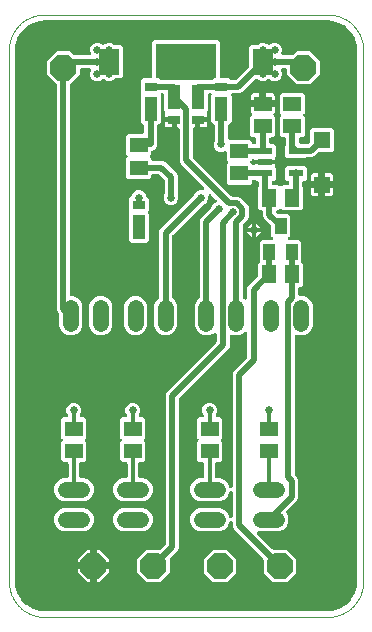
<source format=gbl>
G04 EAGLE Gerber RS-274X export*
G75*
%MOMM*%
%FSLAX35Y35*%
%LPD*%
%INcopper_bottom*%
%IPPOS*%
%AMOC8*
5,1,8,0,0,1.08239X$1,22.5*%
G01*
%ADD10C,0.000000*%
%ADD11R,1.800000X2.200000*%
%ADD12R,1.500000X1.300000*%
%ADD13R,1.100000X2.000000*%
%ADD14R,1.100000X0.800000*%
%ADD15R,1.220000X0.620000*%
%ADD16R,1.400000X1.400000*%
%ADD17R,1.300000X1.500000*%
%ADD18R,1.000000X1.400000*%
%ADD19C,1.371600*%
%ADD20P,2.336880X8X22.500000*%
%ADD21P,2.336880X8X202.500000*%
%ADD22C,0.650000*%
%ADD23C,0.500000*%
%ADD24C,0.300000*%

G36*
X3000297Y1750035D02*
X3000297Y1750035D01*
X3000981Y1750033D01*
X3031654Y1752043D01*
X3032089Y1752123D01*
X3032531Y1752126D01*
X3034556Y1752522D01*
X3093813Y1768400D01*
X3094678Y1768743D01*
X3095577Y1768992D01*
X3096733Y1769557D01*
X3097028Y1769674D01*
X3097159Y1769766D01*
X3097430Y1769898D01*
X3150558Y1800572D01*
X3151308Y1801128D01*
X3152109Y1801601D01*
X3153080Y1802446D01*
X3153334Y1802635D01*
X3153437Y1802757D01*
X3153665Y1802955D01*
X3197044Y1846335D01*
X3197624Y1847067D01*
X3198276Y1847730D01*
X3198993Y1848796D01*
X3199192Y1849046D01*
X3199260Y1849192D01*
X3199428Y1849441D01*
X3230102Y1902570D01*
X3230424Y1903315D01*
X3230835Y1904016D01*
X3230871Y1904130D01*
X3230931Y1904236D01*
X3231349Y1905455D01*
X3231474Y1905744D01*
X3231502Y1905901D01*
X3231600Y1906187D01*
X3247478Y1965444D01*
X3247542Y1965880D01*
X3247681Y1966301D01*
X3247957Y1968345D01*
X3249967Y1999018D01*
X3249952Y1999315D01*
X3249999Y1999998D01*
X3249999Y6500001D01*
X3249965Y6500298D01*
X3249967Y6500982D01*
X3247957Y6531654D01*
X3247877Y6532089D01*
X3247873Y6532531D01*
X3247478Y6534556D01*
X3231600Y6593813D01*
X3231257Y6594678D01*
X3231008Y6595577D01*
X3230443Y6596733D01*
X3230326Y6597028D01*
X3230234Y6597159D01*
X3230102Y6597430D01*
X3199428Y6650558D01*
X3198871Y6651308D01*
X3198399Y6652109D01*
X3197554Y6653080D01*
X3197365Y6653334D01*
X3197243Y6653437D01*
X3197044Y6653665D01*
X3153665Y6697044D01*
X3152933Y6697624D01*
X3152270Y6698276D01*
X3151204Y6698993D01*
X3150954Y6699192D01*
X3150808Y6699260D01*
X3150558Y6699428D01*
X3097430Y6730102D01*
X3096575Y6730471D01*
X3095764Y6730930D01*
X3094548Y6731348D01*
X3094256Y6731474D01*
X3094097Y6731502D01*
X3093813Y6731600D01*
X3034556Y6747478D01*
X3034120Y6747542D01*
X3033699Y6747681D01*
X3031654Y6747957D01*
X3000981Y6749967D01*
X3000683Y6749952D01*
X3000000Y6749999D01*
X599999Y6749999D01*
X599703Y6749965D01*
X599018Y6749967D01*
X568345Y6747957D01*
X567910Y6747877D01*
X567469Y6747873D01*
X565444Y6747478D01*
X506187Y6731600D01*
X505321Y6731257D01*
X504423Y6731008D01*
X503267Y6730443D01*
X502972Y6730326D01*
X502841Y6730234D01*
X502570Y6730102D01*
X449441Y6699428D01*
X448692Y6698871D01*
X447890Y6698399D01*
X446920Y6697554D01*
X446666Y6697365D01*
X446563Y6697243D01*
X446335Y6697044D01*
X402955Y6653665D01*
X402376Y6652933D01*
X401723Y6652270D01*
X401006Y6651204D01*
X400808Y6650954D01*
X400740Y6650808D01*
X400572Y6650558D01*
X369898Y6597430D01*
X369528Y6596575D01*
X369069Y6595764D01*
X368652Y6594548D01*
X368526Y6594256D01*
X368498Y6594097D01*
X368400Y6593813D01*
X352522Y6534556D01*
X352458Y6534120D01*
X352319Y6533699D01*
X352043Y6531654D01*
X350033Y6500981D01*
X350048Y6500683D01*
X350000Y6500000D01*
X350000Y1999999D01*
X350035Y1999703D01*
X350033Y1999018D01*
X352043Y1968345D01*
X352123Y1967910D01*
X352126Y1967469D01*
X352522Y1965444D01*
X368400Y1906187D01*
X368743Y1905321D01*
X368992Y1904423D01*
X369557Y1903267D01*
X369674Y1902972D01*
X369766Y1902841D01*
X369898Y1902570D01*
X400572Y1849441D01*
X401128Y1848692D01*
X401601Y1847890D01*
X402446Y1846920D01*
X402635Y1846666D01*
X402757Y1846563D01*
X402955Y1846335D01*
X446335Y1802955D01*
X447066Y1802376D01*
X447730Y1801723D01*
X448796Y1801006D01*
X449046Y1800808D01*
X449192Y1800740D01*
X449441Y1800572D01*
X502569Y1769898D01*
X503424Y1769528D01*
X504236Y1769069D01*
X505452Y1768652D01*
X505744Y1768526D01*
X505903Y1768498D01*
X506187Y1768400D01*
X565444Y1752522D01*
X565880Y1752458D01*
X566301Y1752319D01*
X568345Y1752043D01*
X599019Y1750033D01*
X599316Y1750048D01*
X600000Y1750000D01*
X3000000Y1750000D01*
X3000297Y1750035D01*
G37*
%LPC*%
G36*
X1466859Y1994049D02*
X1466859Y1994049D01*
X1386049Y2074859D01*
X1386049Y2189141D01*
X1466859Y2269950D01*
X1577955Y2269950D01*
X1579335Y2270110D01*
X1580723Y2270208D01*
X1581051Y2270310D01*
X1581390Y2270349D01*
X1582697Y2270821D01*
X1584026Y2271234D01*
X1584320Y2271407D01*
X1584643Y2271524D01*
X1585811Y2272285D01*
X1587006Y2272989D01*
X1587349Y2273288D01*
X1587540Y2273412D01*
X1587777Y2273660D01*
X1588561Y2274343D01*
X1624106Y2309888D01*
X1624869Y2310852D01*
X1624954Y2310941D01*
X1624991Y2311004D01*
X1625881Y2312028D01*
X1626040Y2312330D01*
X1626253Y2312599D01*
X1626846Y2313862D01*
X1627491Y2315089D01*
X1627577Y2315420D01*
X1627723Y2315730D01*
X1628009Y2317090D01*
X1628358Y2318437D01*
X1628389Y2318893D01*
X1628436Y2319114D01*
X1628428Y2319455D01*
X1628499Y2320495D01*
X1628499Y3581020D01*
X1636873Y3601235D01*
X2054026Y4018388D01*
X2054893Y4019483D01*
X2055801Y4020528D01*
X2055960Y4020830D01*
X2056173Y4021099D01*
X2056766Y4022362D01*
X2057411Y4023589D01*
X2057497Y4023920D01*
X2057643Y4024230D01*
X2057929Y4025590D01*
X2058278Y4026937D01*
X2058309Y4027393D01*
X2058356Y4027614D01*
X2058348Y4027955D01*
X2058419Y4028995D01*
X2058419Y4091214D01*
X2058299Y4092248D01*
X2058275Y4093291D01*
X2058100Y4093963D01*
X2058021Y4094649D01*
X2057667Y4095628D01*
X2057404Y4096638D01*
X2057081Y4097251D01*
X2056846Y4097902D01*
X2056276Y4098776D01*
X2055790Y4099697D01*
X2055337Y4100218D01*
X2054958Y4100799D01*
X2054203Y4101519D01*
X2053519Y4102304D01*
X2052956Y4102709D01*
X2052456Y4103187D01*
X2051558Y4103714D01*
X2050711Y4104323D01*
X2050069Y4104588D01*
X2049473Y4104938D01*
X2048479Y4105245D01*
X2047515Y4105644D01*
X2046832Y4105755D01*
X2046170Y4105959D01*
X2045128Y4106031D01*
X2044101Y4106198D01*
X2043412Y4106149D01*
X2042719Y4106197D01*
X2041689Y4106028D01*
X2040652Y4105956D01*
X2039991Y4105751D01*
X2039307Y4105638D01*
X2038343Y4105239D01*
X2037349Y4104930D01*
X2036753Y4104579D01*
X2036113Y4104313D01*
X2035267Y4103704D01*
X2034369Y4103175D01*
X2033583Y4102490D01*
X2033307Y4102291D01*
X2033159Y4102121D01*
X2032813Y4101820D01*
X2028841Y4097847D01*
X1992609Y4082839D01*
X1953391Y4082839D01*
X1917159Y4097847D01*
X1889427Y4125579D01*
X1874419Y4161811D01*
X1874419Y4338189D01*
X1889427Y4374421D01*
X1913606Y4398600D01*
X1914473Y4399694D01*
X1915381Y4400740D01*
X1915540Y4401042D01*
X1915753Y4401311D01*
X1916346Y4402573D01*
X1916991Y4403800D01*
X1917077Y4404131D01*
X1917223Y4404442D01*
X1917509Y4405802D01*
X1917858Y4407148D01*
X1917889Y4407604D01*
X1917936Y4407826D01*
X1917928Y4408166D01*
X1917999Y4409206D01*
X1917999Y5058940D01*
X1926373Y5079155D01*
X2012405Y5165187D01*
X2012518Y5165329D01*
X2012656Y5165444D01*
X2013585Y5166677D01*
X2014552Y5167898D01*
X2014629Y5168063D01*
X2014738Y5168206D01*
X2015656Y5170053D01*
X2022014Y5185403D01*
X2039596Y5202985D01*
X2052047Y5208142D01*
X2053415Y5208904D01*
X2054789Y5209629D01*
X2054918Y5209742D01*
X2055068Y5209825D01*
X2056216Y5210872D01*
X2057397Y5211900D01*
X2057497Y5212040D01*
X2057623Y5212155D01*
X2058503Y5213440D01*
X2059415Y5214709D01*
X2059480Y5214867D01*
X2059577Y5215008D01*
X2060139Y5216462D01*
X2060736Y5217904D01*
X2060763Y5218073D01*
X2060825Y5218233D01*
X2061041Y5219784D01*
X2061290Y5221318D01*
X2061278Y5221488D01*
X2061302Y5221659D01*
X2061158Y5223213D01*
X2061048Y5224768D01*
X2060998Y5224932D01*
X2060982Y5225102D01*
X2060487Y5226576D01*
X2060023Y5228070D01*
X2059936Y5228218D01*
X2059881Y5228381D01*
X2059056Y5229711D01*
X2058268Y5231050D01*
X2058124Y5231216D01*
X2058059Y5231320D01*
X2057858Y5231520D01*
X2056913Y5232606D01*
X2015106Y5274413D01*
X2014289Y5275060D01*
X2013535Y5275779D01*
X2012939Y5276129D01*
X2012395Y5276560D01*
X2011450Y5277003D01*
X2010553Y5277530D01*
X2009893Y5277734D01*
X2009264Y5278029D01*
X2008245Y5278244D01*
X2007249Y5278552D01*
X2006557Y5278600D01*
X2005880Y5278742D01*
X2004840Y5278718D01*
X2003799Y5278790D01*
X2003115Y5278678D01*
X2002423Y5278662D01*
X2001416Y5278399D01*
X2000386Y5278231D01*
X1999745Y5277965D01*
X1999076Y5277791D01*
X1998157Y5277306D01*
X1997192Y5276906D01*
X1996629Y5276500D01*
X1996018Y5276177D01*
X1995232Y5275493D01*
X1994387Y5274884D01*
X1993933Y5274362D01*
X1993410Y5273906D01*
X1992801Y5273058D01*
X1992118Y5272273D01*
X1991796Y5271661D01*
X1991392Y5271098D01*
X1990993Y5270134D01*
X1990508Y5269213D01*
X1990335Y5268542D01*
X1990070Y5267902D01*
X1989903Y5266874D01*
X1989642Y5265865D01*
X1989570Y5264824D01*
X1989516Y5264488D01*
X1989532Y5264263D01*
X1989500Y5263807D01*
X1989500Y5237568D01*
X1979985Y5214597D01*
X1962403Y5197014D01*
X1947053Y5190656D01*
X1946895Y5190568D01*
X1946723Y5190515D01*
X1945386Y5189728D01*
X1944032Y5188973D01*
X1943898Y5188852D01*
X1943743Y5188760D01*
X1942187Y5187405D01*
X1686393Y4931612D01*
X1685527Y4930518D01*
X1684618Y4929472D01*
X1684460Y4929170D01*
X1684246Y4928901D01*
X1683654Y4927638D01*
X1683008Y4926411D01*
X1682923Y4926080D01*
X1682777Y4925770D01*
X1682491Y4924410D01*
X1682142Y4923063D01*
X1682111Y4922608D01*
X1682064Y4922386D01*
X1682072Y4922045D01*
X1682000Y4921005D01*
X1682000Y4409206D01*
X1682161Y4407822D01*
X1682258Y4406438D01*
X1682359Y4406111D01*
X1682399Y4405771D01*
X1682872Y4404462D01*
X1683284Y4403135D01*
X1683458Y4402840D01*
X1683574Y4402518D01*
X1684334Y4401351D01*
X1685039Y4400155D01*
X1685338Y4399812D01*
X1685462Y4399621D01*
X1685710Y4399384D01*
X1686393Y4398600D01*
X1710573Y4374421D01*
X1725580Y4338189D01*
X1725580Y4161811D01*
X1710573Y4125579D01*
X1682841Y4097847D01*
X1646609Y4082839D01*
X1607391Y4082839D01*
X1571159Y4097847D01*
X1543427Y4125579D01*
X1528419Y4161811D01*
X1528419Y4338189D01*
X1543427Y4374421D01*
X1567606Y4398600D01*
X1568471Y4399692D01*
X1569381Y4400739D01*
X1569541Y4401042D01*
X1569753Y4401311D01*
X1570344Y4402570D01*
X1570991Y4403800D01*
X1571077Y4404131D01*
X1571223Y4404441D01*
X1571509Y4405802D01*
X1571858Y4407148D01*
X1571889Y4407604D01*
X1571936Y4407825D01*
X1571928Y4408166D01*
X1571999Y4409206D01*
X1571999Y4960940D01*
X1580373Y4981155D01*
X1597952Y4998734D01*
X1597955Y4998737D01*
X1864405Y5265187D01*
X1864518Y5265329D01*
X1864656Y5265444D01*
X1865585Y5266677D01*
X1866552Y5267898D01*
X1866629Y5268063D01*
X1866738Y5268206D01*
X1867656Y5270053D01*
X1874014Y5285403D01*
X1891597Y5302985D01*
X1914568Y5312500D01*
X1940807Y5312500D01*
X1941841Y5312620D01*
X1942883Y5312645D01*
X1943554Y5312819D01*
X1944242Y5312899D01*
X1945223Y5313253D01*
X1946230Y5313515D01*
X1946842Y5313838D01*
X1947494Y5314074D01*
X1948369Y5314644D01*
X1949289Y5315129D01*
X1949810Y5315583D01*
X1950392Y5315962D01*
X1951111Y5316716D01*
X1951897Y5317400D01*
X1952301Y5317963D01*
X1952779Y5318464D01*
X1953307Y5319363D01*
X1953915Y5320209D01*
X1954180Y5320849D01*
X1954530Y5321446D01*
X1954838Y5322442D01*
X1955236Y5323404D01*
X1955347Y5324087D01*
X1955552Y5324750D01*
X1955624Y5325792D01*
X1955790Y5326818D01*
X1955742Y5327508D01*
X1955790Y5328200D01*
X1955621Y5329229D01*
X1955548Y5330268D01*
X1955343Y5330930D01*
X1955231Y5331613D01*
X1954831Y5332576D01*
X1954523Y5333570D01*
X1954172Y5334166D01*
X1953906Y5334807D01*
X1953295Y5335654D01*
X1952768Y5336550D01*
X1952083Y5337337D01*
X1951884Y5337613D01*
X1951713Y5337761D01*
X1951413Y5338106D01*
X1770954Y5518564D01*
X1753373Y5536146D01*
X1744999Y5556360D01*
X1744999Y5829600D01*
X1744959Y5829949D01*
X1744983Y5830301D01*
X1744759Y5831666D01*
X1744601Y5833035D01*
X1744481Y5833366D01*
X1744424Y5833713D01*
X1743894Y5834991D01*
X1743426Y5836288D01*
X1743234Y5836582D01*
X1743099Y5836908D01*
X1742293Y5838027D01*
X1741538Y5839185D01*
X1741282Y5839429D01*
X1741077Y5839713D01*
X1740038Y5840616D01*
X1739036Y5841573D01*
X1738732Y5841751D01*
X1738467Y5841981D01*
X1737245Y5842624D01*
X1736053Y5843323D01*
X1735718Y5843427D01*
X1735406Y5843591D01*
X1734070Y5843937D01*
X1732750Y5844345D01*
X1732398Y5844370D01*
X1732058Y5844458D01*
X1730000Y5844599D01*
X1719999Y5844599D01*
X1719999Y5904998D01*
X1719966Y5905283D01*
X1719983Y5905528D01*
X1719975Y5905578D01*
X1719983Y5905698D01*
X1719759Y5907064D01*
X1719601Y5908433D01*
X1719481Y5908763D01*
X1719424Y5909111D01*
X1718894Y5910388D01*
X1718426Y5911686D01*
X1718234Y5911980D01*
X1718099Y5912305D01*
X1717293Y5913425D01*
X1716538Y5914583D01*
X1716282Y5914827D01*
X1716077Y5915111D01*
X1715038Y5916014D01*
X1714036Y5916970D01*
X1713732Y5917149D01*
X1713467Y5917379D01*
X1712245Y5918022D01*
X1711053Y5918721D01*
X1710718Y5918825D01*
X1710406Y5918989D01*
X1709362Y5919259D01*
X1708892Y5920391D01*
X1708424Y5921688D01*
X1708232Y5921982D01*
X1708097Y5922308D01*
X1707290Y5923427D01*
X1706535Y5924585D01*
X1706280Y5924829D01*
X1706075Y5925113D01*
X1705036Y5926016D01*
X1704033Y5926973D01*
X1703729Y5927151D01*
X1703464Y5927381D01*
X1702243Y5928024D01*
X1701051Y5928723D01*
X1700715Y5928827D01*
X1700404Y5928991D01*
X1699068Y5929337D01*
X1697748Y5929745D01*
X1697396Y5929770D01*
X1697056Y5929858D01*
X1694998Y5929999D01*
X1619599Y5929999D01*
X1619599Y5953343D01*
X1621331Y5959805D01*
X1623423Y5963428D01*
X1623470Y5963538D01*
X1623541Y5963637D01*
X1624158Y5965128D01*
X1624795Y5966602D01*
X1624816Y5966721D01*
X1624863Y5966833D01*
X1625120Y5968418D01*
X1625404Y5970007D01*
X1625397Y5970127D01*
X1625417Y5970246D01*
X1625304Y5971850D01*
X1625217Y5973460D01*
X1625183Y5973576D01*
X1625174Y5973696D01*
X1624696Y5975236D01*
X1624244Y5976778D01*
X1624185Y5976883D01*
X1624149Y5976999D01*
X1623330Y5978388D01*
X1622537Y5979786D01*
X1622455Y5979874D01*
X1622394Y5979979D01*
X1621039Y5981534D01*
X1614999Y5987573D01*
X1614999Y6120000D01*
X1614959Y6120349D01*
X1614983Y6120701D01*
X1614759Y6122066D01*
X1614601Y6123435D01*
X1614481Y6123766D01*
X1614424Y6124113D01*
X1613894Y6125391D01*
X1613426Y6126688D01*
X1613234Y6126982D01*
X1613099Y6127308D01*
X1612293Y6128427D01*
X1611538Y6129585D01*
X1611282Y6129829D01*
X1611077Y6130113D01*
X1610038Y6131016D01*
X1609036Y6131973D01*
X1608732Y6132151D01*
X1608467Y6132381D01*
X1607245Y6133024D01*
X1606053Y6133723D01*
X1605718Y6133827D01*
X1605406Y6133991D01*
X1604070Y6134337D01*
X1602750Y6134745D01*
X1602398Y6134770D01*
X1602058Y6134858D01*
X1600000Y6134999D01*
X1598639Y6134999D01*
X1597603Y6134879D01*
X1596560Y6134855D01*
X1595890Y6134680D01*
X1595203Y6134601D01*
X1594223Y6134246D01*
X1593213Y6133984D01*
X1592602Y6133661D01*
X1591951Y6133426D01*
X1591077Y6132856D01*
X1590155Y6132370D01*
X1589634Y6131916D01*
X1589054Y6131538D01*
X1588333Y6130782D01*
X1587548Y6130098D01*
X1587144Y6129537D01*
X1586666Y6129036D01*
X1586138Y6128136D01*
X1585530Y6127289D01*
X1585265Y6126649D01*
X1584915Y6126053D01*
X1584608Y6125058D01*
X1584209Y6124093D01*
X1584098Y6123411D01*
X1583893Y6122750D01*
X1583822Y6121709D01*
X1583655Y6120680D01*
X1583703Y6119990D01*
X1583656Y6119299D01*
X1583824Y6118271D01*
X1583897Y6117230D01*
X1584103Y6116569D01*
X1584214Y6115887D01*
X1584614Y6114923D01*
X1584923Y6113928D01*
X1585000Y6113797D01*
X1585000Y5887573D01*
X1567088Y5869662D01*
X1566564Y5869601D01*
X1566234Y5869481D01*
X1565886Y5869424D01*
X1564609Y5868894D01*
X1563312Y5868426D01*
X1563018Y5868234D01*
X1562692Y5868099D01*
X1561573Y5867293D01*
X1560415Y5866538D01*
X1560170Y5866282D01*
X1559887Y5866077D01*
X1558983Y5865038D01*
X1558027Y5864036D01*
X1557849Y5863732D01*
X1557618Y5863467D01*
X1556976Y5862245D01*
X1556276Y5861053D01*
X1556173Y5860718D01*
X1556008Y5860406D01*
X1555663Y5859070D01*
X1555254Y5857750D01*
X1555230Y5857398D01*
X1555142Y5857058D01*
X1555000Y5855000D01*
X1555000Y5689059D01*
X1546627Y5668845D01*
X1531155Y5653373D01*
X1514260Y5646374D01*
X1513499Y5645951D01*
X1512692Y5645616D01*
X1511992Y5645111D01*
X1511238Y5644692D01*
X1510594Y5644104D01*
X1509887Y5643594D01*
X1509321Y5642943D01*
X1508683Y5642362D01*
X1508190Y5641641D01*
X1507618Y5640983D01*
X1507217Y5640220D01*
X1506729Y5639508D01*
X1506414Y5638695D01*
X1506008Y5637923D01*
X1505792Y5637087D01*
X1505481Y5636283D01*
X1505361Y5635419D01*
X1505142Y5634575D01*
X1505043Y5633139D01*
X1505004Y5632858D01*
X1505015Y5632736D01*
X1505000Y5632517D01*
X1505000Y5617573D01*
X1498033Y5610606D01*
X1497814Y5610329D01*
X1497549Y5610099D01*
X1496746Y5608981D01*
X1495886Y5607895D01*
X1495736Y5607576D01*
X1495531Y5607291D01*
X1495004Y5606015D01*
X1494417Y5604764D01*
X1494344Y5604421D01*
X1494209Y5604095D01*
X1493988Y5602730D01*
X1493703Y5601380D01*
X1493712Y5601028D01*
X1493655Y5600681D01*
X1493752Y5599307D01*
X1493784Y5597923D01*
X1493873Y5597582D01*
X1493898Y5597231D01*
X1494307Y5595912D01*
X1494655Y5594576D01*
X1494818Y5594266D01*
X1494923Y5593929D01*
X1495626Y5592736D01*
X1496268Y5591518D01*
X1496499Y5591253D01*
X1496678Y5590949D01*
X1498033Y5589393D01*
X1505000Y5582427D01*
X1505000Y5575000D01*
X1505041Y5574651D01*
X1505017Y5574299D01*
X1505240Y5572933D01*
X1505399Y5571564D01*
X1505518Y5571234D01*
X1505575Y5570886D01*
X1506105Y5569609D01*
X1506574Y5568312D01*
X1506766Y5568018D01*
X1506901Y5567692D01*
X1507707Y5566573D01*
X1508462Y5565415D01*
X1508718Y5565171D01*
X1508923Y5564887D01*
X1509962Y5563983D01*
X1510964Y5563027D01*
X1511268Y5562849D01*
X1511533Y5562618D01*
X1512755Y5561976D01*
X1513946Y5561276D01*
X1514282Y5561173D01*
X1514594Y5561008D01*
X1515930Y5560663D01*
X1517250Y5560254D01*
X1517602Y5560230D01*
X1517942Y5560142D01*
X1520000Y5560000D01*
X1602940Y5560000D01*
X1623155Y5551627D01*
X1719627Y5455155D01*
X1728000Y5434940D01*
X1728000Y5282522D01*
X1728021Y5282342D01*
X1728005Y5282162D01*
X1728220Y5280627D01*
X1728399Y5279087D01*
X1728461Y5278916D01*
X1728486Y5278738D01*
X1729142Y5276782D01*
X1735500Y5261432D01*
X1735500Y5236568D01*
X1725985Y5213597D01*
X1708403Y5196014D01*
X1685432Y5186499D01*
X1660568Y5186499D01*
X1637597Y5196014D01*
X1620014Y5213597D01*
X1610499Y5236568D01*
X1610499Y5261432D01*
X1616858Y5276782D01*
X1616907Y5276956D01*
X1616991Y5277116D01*
X1617381Y5278621D01*
X1617804Y5280108D01*
X1617812Y5280288D01*
X1617858Y5280464D01*
X1617999Y5282522D01*
X1617999Y5395005D01*
X1617966Y5395296D01*
X1617983Y5395549D01*
X1617834Y5396460D01*
X1617742Y5397773D01*
X1617640Y5398101D01*
X1617601Y5398440D01*
X1617434Y5398901D01*
X1617424Y5398962D01*
X1617331Y5399187D01*
X1617128Y5399747D01*
X1616716Y5401076D01*
X1616543Y5401370D01*
X1616426Y5401693D01*
X1615664Y5402861D01*
X1614961Y5404056D01*
X1614662Y5404399D01*
X1614538Y5404590D01*
X1614289Y5404827D01*
X1613606Y5405611D01*
X1573611Y5445606D01*
X1572517Y5446473D01*
X1571472Y5447381D01*
X1571170Y5447540D01*
X1570900Y5447753D01*
X1569638Y5448346D01*
X1568411Y5448991D01*
X1568080Y5449077D01*
X1567770Y5449223D01*
X1566409Y5449509D01*
X1565063Y5449858D01*
X1564607Y5449889D01*
X1564386Y5449936D01*
X1564045Y5449928D01*
X1563005Y5449999D01*
X1520000Y5449999D01*
X1519651Y5449959D01*
X1519299Y5449983D01*
X1517933Y5449759D01*
X1516564Y5449601D01*
X1516234Y5449481D01*
X1515886Y5449424D01*
X1514609Y5448894D01*
X1513312Y5448426D01*
X1513018Y5448234D01*
X1512692Y5448099D01*
X1511573Y5447293D01*
X1510415Y5446538D01*
X1510171Y5446282D01*
X1509887Y5446077D01*
X1508983Y5445038D01*
X1508027Y5444036D01*
X1507849Y5443732D01*
X1507618Y5443467D01*
X1506976Y5442245D01*
X1506276Y5441053D01*
X1506173Y5440718D01*
X1506008Y5440406D01*
X1505663Y5439070D01*
X1505254Y5437750D01*
X1505230Y5437398D01*
X1505142Y5437058D01*
X1505000Y5435000D01*
X1505000Y5427573D01*
X1487426Y5409999D01*
X1312573Y5409999D01*
X1294999Y5427573D01*
X1294999Y5582427D01*
X1301967Y5589393D01*
X1302184Y5589668D01*
X1302451Y5589900D01*
X1303259Y5591025D01*
X1304114Y5592104D01*
X1304263Y5592423D01*
X1304469Y5592709D01*
X1304996Y5593985D01*
X1305583Y5595235D01*
X1305656Y5595580D01*
X1305790Y5595904D01*
X1306011Y5597265D01*
X1306296Y5598619D01*
X1306288Y5598971D01*
X1306344Y5599318D01*
X1306248Y5600695D01*
X1306216Y5602076D01*
X1306127Y5602417D01*
X1306103Y5602768D01*
X1305693Y5604086D01*
X1305345Y5605423D01*
X1305181Y5605735D01*
X1305077Y5606070D01*
X1304378Y5607257D01*
X1303732Y5608482D01*
X1303500Y5608748D01*
X1303322Y5609050D01*
X1301967Y5610606D01*
X1294999Y5617573D01*
X1294999Y5772426D01*
X1312573Y5790000D01*
X1430000Y5790000D01*
X1430349Y5790041D01*
X1430701Y5790017D01*
X1432066Y5790240D01*
X1433435Y5790399D01*
X1433766Y5790518D01*
X1434113Y5790575D01*
X1435391Y5791105D01*
X1436688Y5791574D01*
X1436982Y5791766D01*
X1437308Y5791901D01*
X1438427Y5792707D01*
X1439585Y5793462D01*
X1439829Y5793718D01*
X1440113Y5793923D01*
X1441016Y5794962D01*
X1441973Y5795964D01*
X1442151Y5796268D01*
X1442381Y5796533D01*
X1443024Y5797755D01*
X1443723Y5798946D01*
X1443827Y5799282D01*
X1443991Y5799594D01*
X1444337Y5800930D01*
X1444745Y5802250D01*
X1444770Y5802602D01*
X1444858Y5802942D01*
X1444999Y5805000D01*
X1444999Y5855000D01*
X1444959Y5855349D01*
X1444983Y5855701D01*
X1444759Y5857066D01*
X1444601Y5858435D01*
X1444481Y5858766D01*
X1444424Y5859113D01*
X1443894Y5860391D01*
X1443426Y5861688D01*
X1443234Y5861982D01*
X1443099Y5862308D01*
X1442293Y5863427D01*
X1441538Y5864585D01*
X1441282Y5864829D01*
X1441077Y5865113D01*
X1440038Y5866016D01*
X1439036Y5866973D01*
X1438732Y5867151D01*
X1438467Y5867381D01*
X1437245Y5868024D01*
X1436053Y5868723D01*
X1435718Y5868827D01*
X1435406Y5868991D01*
X1434070Y5869337D01*
X1432863Y5869710D01*
X1414999Y5887573D01*
X1414999Y6112426D01*
X1416967Y6114393D01*
X1417185Y6114669D01*
X1417451Y6114900D01*
X1418256Y6116021D01*
X1419114Y6117104D01*
X1419263Y6117423D01*
X1419469Y6117709D01*
X1419995Y6118982D01*
X1420583Y6120235D01*
X1420656Y6120580D01*
X1420790Y6120904D01*
X1421011Y6122265D01*
X1421296Y6123619D01*
X1421288Y6123971D01*
X1421344Y6124318D01*
X1421248Y6125695D01*
X1421216Y6127076D01*
X1421127Y6127416D01*
X1421103Y6127768D01*
X1420693Y6129087D01*
X1420345Y6130423D01*
X1420181Y6130734D01*
X1420077Y6131070D01*
X1419377Y6132258D01*
X1418732Y6133482D01*
X1418500Y6133748D01*
X1418322Y6134050D01*
X1416967Y6135606D01*
X1414999Y6137573D01*
X1414999Y6242426D01*
X1432573Y6260000D01*
X1500000Y6260000D01*
X1500349Y6260041D01*
X1500701Y6260017D01*
X1502066Y6260240D01*
X1503435Y6260399D01*
X1503766Y6260518D01*
X1504113Y6260575D01*
X1505391Y6261105D01*
X1506688Y6261574D01*
X1506982Y6261766D01*
X1507308Y6261901D01*
X1508427Y6262707D01*
X1509585Y6263462D01*
X1509829Y6263718D01*
X1510113Y6263923D01*
X1511016Y6264962D01*
X1511973Y6265964D01*
X1512151Y6266268D01*
X1512381Y6266533D01*
X1513024Y6267755D01*
X1513723Y6268946D01*
X1513827Y6269282D01*
X1513991Y6269594D01*
X1514337Y6270930D01*
X1514745Y6272250D01*
X1514770Y6272602D01*
X1514858Y6272942D01*
X1514999Y6275000D01*
X1514999Y6564498D01*
X1535502Y6585000D01*
X2064498Y6585000D01*
X2085000Y6564498D01*
X2085000Y6275000D01*
X2085041Y6274651D01*
X2085017Y6274299D01*
X2085240Y6272933D01*
X2085399Y6271564D01*
X2085518Y6271234D01*
X2085575Y6270886D01*
X2086105Y6269609D01*
X2086574Y6268312D01*
X2086766Y6268018D01*
X2086901Y6267692D01*
X2087707Y6266573D01*
X2088462Y6265415D01*
X2088718Y6265171D01*
X2088923Y6264887D01*
X2089962Y6263983D01*
X2090964Y6263027D01*
X2091268Y6262849D01*
X2091533Y6262618D01*
X2092755Y6261976D01*
X2093946Y6261276D01*
X2094282Y6261173D01*
X2094594Y6261008D01*
X2095930Y6260663D01*
X2097250Y6260254D01*
X2097602Y6260230D01*
X2097942Y6260142D01*
X2100000Y6260000D01*
X2167427Y6260000D01*
X2178033Y6249394D01*
X2179123Y6248531D01*
X2180173Y6247618D01*
X2180475Y6247459D01*
X2180744Y6247247D01*
X2182003Y6246656D01*
X2183233Y6246008D01*
X2183564Y6245923D01*
X2183874Y6245777D01*
X2185235Y6245490D01*
X2186581Y6245142D01*
X2187036Y6245111D01*
X2187258Y6245064D01*
X2187599Y6245072D01*
X2188639Y6245000D01*
X2211005Y6245000D01*
X2212385Y6245160D01*
X2213773Y6245258D01*
X2214101Y6245360D01*
X2214441Y6245399D01*
X2215748Y6245871D01*
X2217076Y6246284D01*
X2217371Y6246457D01*
X2217693Y6246574D01*
X2218862Y6247335D01*
X2220056Y6248039D01*
X2220399Y6248338D01*
X2220590Y6248462D01*
X2220827Y6248710D01*
X2221612Y6249393D01*
X2330606Y6358388D01*
X2331473Y6359482D01*
X2332381Y6360528D01*
X2332540Y6360830D01*
X2332753Y6361099D01*
X2333346Y6362362D01*
X2333991Y6363588D01*
X2334077Y6363919D01*
X2334223Y6364230D01*
X2334509Y6365590D01*
X2334858Y6366936D01*
X2334889Y6367392D01*
X2334936Y6367614D01*
X2334928Y6367954D01*
X2334999Y6368994D01*
X2334999Y6522426D01*
X2352573Y6540000D01*
X2395398Y6540000D01*
X2396778Y6540160D01*
X2398167Y6540258D01*
X2398494Y6540360D01*
X2398834Y6540399D01*
X2400141Y6540871D01*
X2401469Y6541284D01*
X2401764Y6541457D01*
X2402086Y6541574D01*
X2403255Y6542335D01*
X2404449Y6543039D01*
X2404792Y6543338D01*
X2404983Y6543462D01*
X2405220Y6543710D01*
X2406005Y6544393D01*
X2414597Y6552985D01*
X2437568Y6562500D01*
X2462432Y6562500D01*
X2485403Y6552985D01*
X2489394Y6548995D01*
X2489670Y6548776D01*
X2489901Y6548511D01*
X2491022Y6547705D01*
X2492105Y6546848D01*
X2492424Y6546698D01*
X2492709Y6546493D01*
X2493985Y6545965D01*
X2495235Y6545378D01*
X2495580Y6545306D01*
X2495905Y6545171D01*
X2497268Y6544950D01*
X2498619Y6544665D01*
X2498972Y6544673D01*
X2499319Y6544617D01*
X2500693Y6544714D01*
X2502077Y6544746D01*
X2502418Y6544835D01*
X2502768Y6544859D01*
X2504088Y6545269D01*
X2505423Y6545617D01*
X2505734Y6545780D01*
X2506071Y6545885D01*
X2507264Y6546588D01*
X2508482Y6547230D01*
X2508747Y6547461D01*
X2509051Y6547640D01*
X2510607Y6548995D01*
X2514597Y6552986D01*
X2537568Y6562500D01*
X2562432Y6562500D01*
X2585403Y6552985D01*
X2602985Y6535403D01*
X2612500Y6512432D01*
X2612500Y6487568D01*
X2607601Y6475740D01*
X2607175Y6474241D01*
X2606713Y6472749D01*
X2606701Y6472578D01*
X2606655Y6472414D01*
X2606583Y6470865D01*
X2606475Y6469299D01*
X2606503Y6469129D01*
X2606495Y6468959D01*
X2606781Y6467432D01*
X2607034Y6465886D01*
X2607100Y6465728D01*
X2607131Y6465560D01*
X2607761Y6464134D01*
X2608359Y6462692D01*
X2608460Y6462553D01*
X2608529Y6462397D01*
X2609471Y6461150D01*
X2610381Y6459887D01*
X2610510Y6459775D01*
X2610614Y6459638D01*
X2611819Y6458638D01*
X2612992Y6457618D01*
X2613143Y6457539D01*
X2613275Y6457429D01*
X2614681Y6456730D01*
X2616053Y6456008D01*
X2616217Y6455966D01*
X2616372Y6455889D01*
X2617893Y6455532D01*
X2619400Y6455142D01*
X2619621Y6455127D01*
X2619738Y6455099D01*
X2620019Y6455099D01*
X2621458Y6455000D01*
X2697696Y6455000D01*
X2699076Y6455160D01*
X2700464Y6455258D01*
X2700793Y6455360D01*
X2701132Y6455399D01*
X2702438Y6455871D01*
X2703767Y6456284D01*
X2704062Y6456458D01*
X2704384Y6456574D01*
X2705551Y6457334D01*
X2706747Y6458039D01*
X2707090Y6458338D01*
X2707281Y6458462D01*
X2707518Y6458710D01*
X2708303Y6459393D01*
X2736859Y6487950D01*
X2851141Y6487950D01*
X2931950Y6407141D01*
X2931950Y6292859D01*
X2851141Y6212049D01*
X2736859Y6212049D01*
X2656049Y6292859D01*
X2656049Y6330000D01*
X2656009Y6330349D01*
X2656033Y6330701D01*
X2655809Y6332066D01*
X2655651Y6333435D01*
X2655531Y6333766D01*
X2655474Y6334113D01*
X2654944Y6335391D01*
X2654476Y6336688D01*
X2654284Y6336982D01*
X2654149Y6337308D01*
X2653343Y6338427D01*
X2652588Y6339585D01*
X2652332Y6339829D01*
X2652127Y6340113D01*
X2651088Y6341016D01*
X2650086Y6341973D01*
X2649782Y6342151D01*
X2649517Y6342381D01*
X2648295Y6343024D01*
X2647103Y6343723D01*
X2646768Y6343827D01*
X2646456Y6343991D01*
X2645120Y6344337D01*
X2643800Y6344745D01*
X2643448Y6344770D01*
X2643108Y6344858D01*
X2641050Y6344999D01*
X2621458Y6344999D01*
X2619913Y6344820D01*
X2618356Y6344675D01*
X2618193Y6344620D01*
X2618023Y6344601D01*
X2616555Y6344070D01*
X2615078Y6343574D01*
X2614932Y6343484D01*
X2614771Y6343426D01*
X2613458Y6342571D01*
X2612138Y6341752D01*
X2612018Y6341631D01*
X2611873Y6341538D01*
X2610794Y6340406D01*
X2609694Y6339305D01*
X2609604Y6339160D01*
X2609486Y6339036D01*
X2608697Y6337692D01*
X2607876Y6336364D01*
X2607821Y6336201D01*
X2607735Y6336053D01*
X2607275Y6334566D01*
X2606779Y6333084D01*
X2606764Y6332913D01*
X2606713Y6332750D01*
X2606606Y6331189D01*
X2606463Y6329640D01*
X2606487Y6329471D01*
X2606475Y6329299D01*
X2606728Y6327755D01*
X2606944Y6326215D01*
X2607014Y6326007D01*
X2607034Y6325887D01*
X2607143Y6325625D01*
X2607601Y6324260D01*
X2612500Y6312432D01*
X2612500Y6287568D01*
X2602985Y6264597D01*
X2585403Y6247014D01*
X2562432Y6237499D01*
X2537568Y6237499D01*
X2514597Y6247014D01*
X2510606Y6251005D01*
X2510330Y6251223D01*
X2510099Y6251489D01*
X2508978Y6252295D01*
X2507895Y6253152D01*
X2507576Y6253302D01*
X2507290Y6253507D01*
X2506014Y6254035D01*
X2504764Y6254621D01*
X2504420Y6254694D01*
X2504094Y6254828D01*
X2502731Y6255050D01*
X2501380Y6255334D01*
X2501028Y6255326D01*
X2500681Y6255383D01*
X2499307Y6255286D01*
X2497923Y6255254D01*
X2497582Y6255165D01*
X2497231Y6255140D01*
X2495912Y6254731D01*
X2494576Y6254383D01*
X2494266Y6254219D01*
X2493929Y6254115D01*
X2492736Y6253412D01*
X2491518Y6252769D01*
X2491253Y6252538D01*
X2490949Y6252360D01*
X2489393Y6251005D01*
X2485403Y6247014D01*
X2462432Y6237499D01*
X2437568Y6237499D01*
X2414597Y6247014D01*
X2406005Y6255606D01*
X2404911Y6256473D01*
X2403865Y6257381D01*
X2403563Y6257540D01*
X2403294Y6257753D01*
X2402031Y6258346D01*
X2400804Y6258991D01*
X2400473Y6259077D01*
X2400163Y6259223D01*
X2398803Y6259509D01*
X2397457Y6259858D01*
X2397001Y6259889D01*
X2396779Y6259936D01*
X2396438Y6259928D01*
X2395398Y6259999D01*
X2393994Y6259999D01*
X2392615Y6259839D01*
X2391226Y6259742D01*
X2390898Y6259640D01*
X2390559Y6259601D01*
X2389252Y6259128D01*
X2387924Y6258716D01*
X2387629Y6258543D01*
X2387307Y6258426D01*
X2386138Y6257664D01*
X2384944Y6256961D01*
X2384601Y6256662D01*
X2384409Y6256538D01*
X2384173Y6256289D01*
X2383388Y6255606D01*
X2288737Y6160955D01*
X2288735Y6160953D01*
X2271155Y6143373D01*
X2250940Y6134999D01*
X2198639Y6134999D01*
X2197603Y6134879D01*
X2196560Y6134855D01*
X2195890Y6134680D01*
X2195203Y6134601D01*
X2194223Y6134246D01*
X2193213Y6133984D01*
X2192602Y6133661D01*
X2191951Y6133426D01*
X2191077Y6132856D01*
X2190155Y6132370D01*
X2189634Y6131916D01*
X2189054Y6131538D01*
X2188333Y6130782D01*
X2187548Y6130098D01*
X2187144Y6129537D01*
X2186666Y6129036D01*
X2186138Y6128136D01*
X2185530Y6127289D01*
X2185265Y6126649D01*
X2184915Y6126053D01*
X2184608Y6125058D01*
X2184209Y6124093D01*
X2184098Y6123411D01*
X2183893Y6122750D01*
X2183822Y6121709D01*
X2183655Y6120680D01*
X2183703Y6119990D01*
X2183656Y6119299D01*
X2183824Y6118271D01*
X2183897Y6117230D01*
X2184103Y6116569D01*
X2184214Y6115887D01*
X2184614Y6114923D01*
X2184923Y6113928D01*
X2185000Y6113797D01*
X2185000Y5887573D01*
X2167088Y5869662D01*
X2166564Y5869601D01*
X2166234Y5869481D01*
X2165886Y5869424D01*
X2164609Y5868894D01*
X2163312Y5868426D01*
X2163018Y5868234D01*
X2162692Y5868099D01*
X2161573Y5867293D01*
X2160415Y5866538D01*
X2160170Y5866282D01*
X2159887Y5866077D01*
X2158983Y5865038D01*
X2158027Y5864036D01*
X2157849Y5863732D01*
X2157618Y5863467D01*
X2156976Y5862245D01*
X2156276Y5861053D01*
X2156173Y5860718D01*
X2156008Y5860406D01*
X2155663Y5859070D01*
X2155254Y5857750D01*
X2155230Y5857398D01*
X2155142Y5857058D01*
X2155000Y5855000D01*
X2155000Y5755000D01*
X2155041Y5754651D01*
X2155017Y5754299D01*
X2155240Y5752933D01*
X2155399Y5751564D01*
X2155518Y5751234D01*
X2155575Y5750886D01*
X2156105Y5749609D01*
X2156574Y5748312D01*
X2156766Y5748018D01*
X2156901Y5747692D01*
X2157707Y5746573D01*
X2158462Y5745415D01*
X2158718Y5745171D01*
X2158923Y5744887D01*
X2159962Y5743983D01*
X2160964Y5743027D01*
X2161268Y5742849D01*
X2161533Y5742618D01*
X2162755Y5741976D01*
X2163946Y5741276D01*
X2164282Y5741173D01*
X2164594Y5741008D01*
X2165930Y5740663D01*
X2167250Y5740254D01*
X2167602Y5740230D01*
X2167942Y5740142D01*
X2170000Y5740000D01*
X2337426Y5740000D01*
X2355000Y5722426D01*
X2355000Y5715000D01*
X2355041Y5714651D01*
X2355017Y5714299D01*
X2355240Y5712933D01*
X2355399Y5711564D01*
X2355518Y5711234D01*
X2355575Y5710886D01*
X2356105Y5709609D01*
X2356574Y5708312D01*
X2356766Y5708018D01*
X2356901Y5707692D01*
X2357707Y5706573D01*
X2358462Y5705415D01*
X2358718Y5705171D01*
X2358923Y5704887D01*
X2359962Y5703983D01*
X2360964Y5703027D01*
X2361268Y5702849D01*
X2361533Y5702618D01*
X2362755Y5701976D01*
X2363946Y5701276D01*
X2364282Y5701173D01*
X2364594Y5701008D01*
X2365930Y5700663D01*
X2367250Y5700254D01*
X2367602Y5700230D01*
X2367942Y5700142D01*
X2370000Y5700000D01*
X2380000Y5700000D01*
X2380349Y5700041D01*
X2380701Y5700017D01*
X2382066Y5700240D01*
X2383435Y5700399D01*
X2383766Y5700518D01*
X2384113Y5700575D01*
X2385391Y5701105D01*
X2386688Y5701574D01*
X2386982Y5701766D01*
X2387308Y5701901D01*
X2388427Y5702707D01*
X2389585Y5703462D01*
X2389829Y5703718D01*
X2390113Y5703923D01*
X2391016Y5704962D01*
X2391973Y5705964D01*
X2392151Y5706268D01*
X2392381Y5706533D01*
X2393024Y5707755D01*
X2393723Y5708946D01*
X2393827Y5709282D01*
X2393991Y5709594D01*
X2394337Y5710930D01*
X2394745Y5712250D01*
X2394770Y5712602D01*
X2394858Y5712942D01*
X2394999Y5715000D01*
X2394999Y5745000D01*
X2394959Y5745349D01*
X2394983Y5745701D01*
X2394759Y5747066D01*
X2394601Y5748435D01*
X2394481Y5748766D01*
X2394424Y5749113D01*
X2393894Y5750391D01*
X2393426Y5751688D01*
X2393234Y5751982D01*
X2393099Y5752308D01*
X2392293Y5753427D01*
X2391538Y5754585D01*
X2391282Y5754829D01*
X2391077Y5755113D01*
X2390038Y5756016D01*
X2389036Y5756973D01*
X2388732Y5757151D01*
X2388467Y5757381D01*
X2387245Y5758024D01*
X2386053Y5758723D01*
X2385718Y5758827D01*
X2385406Y5758991D01*
X2384070Y5759337D01*
X2382750Y5759745D01*
X2382398Y5759770D01*
X2382058Y5759858D01*
X2380000Y5759999D01*
X2362573Y5759999D01*
X2344999Y5777573D01*
X2344999Y5932427D01*
X2355219Y5942646D01*
X2355438Y5942922D01*
X2355704Y5943154D01*
X2356511Y5944277D01*
X2357367Y5945357D01*
X2357516Y5945676D01*
X2357722Y5945963D01*
X2358249Y5947237D01*
X2358836Y5948488D01*
X2358909Y5948833D01*
X2359043Y5949158D01*
X2359264Y5950520D01*
X2359549Y5951872D01*
X2359541Y5952223D01*
X2359598Y5952572D01*
X2359501Y5953951D01*
X2359468Y5955329D01*
X2359380Y5955670D01*
X2359355Y5956022D01*
X2358946Y5957338D01*
X2358598Y5958676D01*
X2358433Y5958989D01*
X2358329Y5959324D01*
X2357629Y5960512D01*
X2356984Y5961735D01*
X2356753Y5962000D01*
X2356574Y5962304D01*
X2355219Y5963859D01*
X2354674Y5964404D01*
X2351331Y5970194D01*
X2349599Y5976656D01*
X2349599Y6015001D01*
X2434999Y6015001D01*
X2435348Y6015042D01*
X2435699Y6015017D01*
X2437065Y6015241D01*
X2438434Y6015400D01*
X2438764Y6015519D01*
X2439112Y6015576D01*
X2440389Y6016106D01*
X2441687Y6016574D01*
X2441981Y6016766D01*
X2442306Y6016901D01*
X2443426Y6017708D01*
X2444584Y6018463D01*
X2444828Y6018718D01*
X2445112Y6018923D01*
X2446015Y6019963D01*
X2446971Y6020965D01*
X2447150Y6021269D01*
X2447380Y6021534D01*
X2448023Y6022755D01*
X2448722Y6023947D01*
X2448826Y6024283D01*
X2448990Y6024594D01*
X2449336Y6025930D01*
X2449744Y6027251D01*
X2449768Y6027602D01*
X2449856Y6027942D01*
X2449998Y6030000D01*
X2449998Y6045002D01*
X2450002Y6045002D01*
X2450002Y6030000D01*
X2450042Y6029652D01*
X2450018Y6029300D01*
X2450242Y6027934D01*
X2450400Y6026565D01*
X2450520Y6026235D01*
X2450577Y6025887D01*
X2451107Y6024610D01*
X2451575Y6023313D01*
X2451767Y6023018D01*
X2451902Y6022693D01*
X2452708Y6021573D01*
X2453463Y6020415D01*
X2453719Y6020172D01*
X2453924Y6019887D01*
X2454963Y6018984D01*
X2455965Y6018028D01*
X2456269Y6017849D01*
X2456534Y6017619D01*
X2457756Y6016977D01*
X2458948Y6016277D01*
X2459283Y6016173D01*
X2459595Y6016009D01*
X2460931Y6015663D01*
X2462251Y6015255D01*
X2462603Y6015231D01*
X2462943Y6015143D01*
X2465001Y6015001D01*
X2550400Y6015001D01*
X2550400Y5976656D01*
X2548669Y5970194D01*
X2545326Y5964404D01*
X2544781Y5963859D01*
X2544562Y5963583D01*
X2544296Y5963352D01*
X2543492Y5962232D01*
X2542633Y5961149D01*
X2542483Y5960829D01*
X2542278Y5960543D01*
X2541751Y5959268D01*
X2541164Y5958018D01*
X2541092Y5957674D01*
X2540957Y5957348D01*
X2540735Y5955985D01*
X2540451Y5954634D01*
X2540459Y5954281D01*
X2540403Y5953934D01*
X2540499Y5952559D01*
X2540531Y5951177D01*
X2540620Y5950836D01*
X2540645Y5950484D01*
X2541053Y5949168D01*
X2541401Y5947830D01*
X2541566Y5947518D01*
X2541670Y5947182D01*
X2542371Y5945992D01*
X2543015Y5944771D01*
X2543247Y5944505D01*
X2543425Y5944202D01*
X2544780Y5942646D01*
X2555000Y5932427D01*
X2555000Y5777573D01*
X2537426Y5759999D01*
X2520000Y5759999D01*
X2519651Y5759959D01*
X2519299Y5759983D01*
X2517933Y5759759D01*
X2516564Y5759601D01*
X2516234Y5759481D01*
X2515886Y5759424D01*
X2514609Y5758894D01*
X2513312Y5758426D01*
X2513018Y5758234D01*
X2512692Y5758099D01*
X2511573Y5757293D01*
X2510415Y5756538D01*
X2510171Y5756282D01*
X2509887Y5756077D01*
X2508983Y5755038D01*
X2508027Y5754036D01*
X2507849Y5753732D01*
X2507618Y5753467D01*
X2506976Y5752245D01*
X2506276Y5751053D01*
X2506173Y5750718D01*
X2506008Y5750406D01*
X2505663Y5749070D01*
X2505254Y5747750D01*
X2505230Y5747398D01*
X2505142Y5747058D01*
X2505000Y5745000D01*
X2505000Y5721000D01*
X2505041Y5720651D01*
X2505017Y5720299D01*
X2505240Y5718933D01*
X2505399Y5717564D01*
X2505518Y5717234D01*
X2505575Y5716886D01*
X2506105Y5715609D01*
X2506574Y5714312D01*
X2506766Y5714018D01*
X2506901Y5713692D01*
X2507707Y5712573D01*
X2508462Y5711415D01*
X2508718Y5711171D01*
X2508923Y5710887D01*
X2509962Y5709983D01*
X2510964Y5709027D01*
X2511268Y5708849D01*
X2511533Y5708618D01*
X2512755Y5707976D01*
X2513946Y5707276D01*
X2514282Y5707173D01*
X2514594Y5707008D01*
X2515930Y5706663D01*
X2517250Y5706254D01*
X2517602Y5706230D01*
X2517942Y5706142D01*
X2520000Y5706000D01*
X2543426Y5706000D01*
X2561000Y5688426D01*
X2561000Y5601574D01*
X2559855Y5600428D01*
X2559204Y5599606D01*
X2558507Y5598876D01*
X2558221Y5598388D01*
X2557825Y5597904D01*
X2557777Y5597804D01*
X2557708Y5597718D01*
X2557234Y5596708D01*
X2556756Y5595894D01*
X2556600Y5595391D01*
X2556310Y5594795D01*
X2556286Y5594688D01*
X2556238Y5594587D01*
X2555996Y5593438D01*
X2555734Y5592590D01*
X2555700Y5592099D01*
X2555547Y5591422D01*
X2555548Y5591311D01*
X2555525Y5591203D01*
X2555554Y5589976D01*
X2555496Y5589140D01*
X2555571Y5588683D01*
X2555577Y5587964D01*
X2555604Y5587827D01*
X2555606Y5587746D01*
X2555662Y5587530D01*
X2555973Y5585939D01*
X2556400Y5584344D01*
X2556400Y5565499D01*
X2470502Y5565499D01*
X2470153Y5565459D01*
X2469801Y5565483D01*
X2469781Y5565480D01*
X2469498Y5565499D01*
X2382524Y5565499D01*
X2382262Y5565996D01*
X2382026Y5566649D01*
X2381456Y5567523D01*
X2380971Y5568443D01*
X2380516Y5568965D01*
X2380138Y5569546D01*
X2379383Y5570266D01*
X2378699Y5571051D01*
X2378137Y5571455D01*
X2377636Y5571933D01*
X2376737Y5572461D01*
X2375891Y5573069D01*
X2375250Y5573334D01*
X2374653Y5573684D01*
X2373658Y5573992D01*
X2372695Y5574390D01*
X2372013Y5574501D01*
X2371350Y5574706D01*
X2370308Y5574778D01*
X2369282Y5574945D01*
X2368592Y5574896D01*
X2367899Y5574944D01*
X2366871Y5574776D01*
X2365832Y5574703D01*
X2365170Y5574497D01*
X2364487Y5574385D01*
X2363523Y5573986D01*
X2362529Y5573677D01*
X2361934Y5573326D01*
X2361293Y5573060D01*
X2360446Y5572450D01*
X2359549Y5571922D01*
X2359017Y5571458D01*
X2358896Y5571379D01*
X2358754Y5571231D01*
X2358487Y5571038D01*
X2358339Y5570868D01*
X2357994Y5570567D01*
X2348033Y5560606D01*
X2347814Y5560330D01*
X2347549Y5560099D01*
X2346745Y5558981D01*
X2345886Y5557895D01*
X2345736Y5557577D01*
X2345531Y5557291D01*
X2345004Y5556016D01*
X2344417Y5554765D01*
X2344344Y5554420D01*
X2344210Y5554095D01*
X2343988Y5552733D01*
X2343703Y5551381D01*
X2343712Y5551029D01*
X2343655Y5550682D01*
X2343752Y5549305D01*
X2343784Y5547923D01*
X2343873Y5547583D01*
X2343897Y5547232D01*
X2344308Y5545912D01*
X2344655Y5544577D01*
X2344819Y5544266D01*
X2344923Y5543929D01*
X2345624Y5542738D01*
X2346268Y5541518D01*
X2346499Y5541253D01*
X2346678Y5540950D01*
X2348033Y5539394D01*
X2357994Y5529433D01*
X2358809Y5528787D01*
X2359564Y5528066D01*
X2360163Y5527715D01*
X2360705Y5527286D01*
X2361648Y5526843D01*
X2362547Y5526315D01*
X2363208Y5526111D01*
X2363835Y5525816D01*
X2364854Y5525602D01*
X2365850Y5525293D01*
X2366543Y5525246D01*
X2367219Y5525103D01*
X2368259Y5525128D01*
X2369301Y5525056D01*
X2369985Y5525168D01*
X2370677Y5525184D01*
X2371685Y5525446D01*
X2372713Y5525614D01*
X2373353Y5525880D01*
X2374023Y5526054D01*
X2374945Y5526540D01*
X2375908Y5526940D01*
X2376470Y5527345D01*
X2377082Y5527668D01*
X2377868Y5528352D01*
X2378713Y5528962D01*
X2379168Y5529484D01*
X2379690Y5529939D01*
X2380298Y5530786D01*
X2380981Y5531572D01*
X2381303Y5532184D01*
X2381708Y5532748D01*
X2382107Y5533712D01*
X2382521Y5534500D01*
X2469498Y5534500D01*
X2469847Y5534541D01*
X2470198Y5534516D01*
X2470218Y5534520D01*
X2470502Y5534500D01*
X2556400Y5534500D01*
X2556400Y5515656D01*
X2555973Y5514060D01*
X2555737Y5512459D01*
X2555477Y5510859D01*
X2555485Y5510749D01*
X2555469Y5510639D01*
X2555606Y5509022D01*
X2555719Y5507409D01*
X2555752Y5507304D01*
X2555762Y5507193D01*
X2556265Y5505653D01*
X2556745Y5504107D01*
X2556801Y5504011D01*
X2556836Y5503906D01*
X2557675Y5502528D01*
X2558500Y5501127D01*
X2558593Y5501020D01*
X2558634Y5500952D01*
X2558788Y5500797D01*
X2559855Y5499571D01*
X2561000Y5498426D01*
X2561000Y5411573D01*
X2543426Y5393999D01*
X2540000Y5393999D01*
X2539651Y5393959D01*
X2539299Y5393983D01*
X2537933Y5393759D01*
X2536564Y5393601D01*
X2536234Y5393481D01*
X2535886Y5393424D01*
X2534609Y5392894D01*
X2533312Y5392426D01*
X2533018Y5392234D01*
X2532692Y5392099D01*
X2531573Y5391293D01*
X2530415Y5390538D01*
X2530171Y5390282D01*
X2529887Y5390077D01*
X2528983Y5389038D01*
X2528027Y5388036D01*
X2527849Y5387732D01*
X2527618Y5387467D01*
X2526976Y5386245D01*
X2526276Y5385053D01*
X2526173Y5384718D01*
X2526008Y5384406D01*
X2525663Y5383070D01*
X2525254Y5381750D01*
X2525230Y5381398D01*
X2525142Y5381058D01*
X2525000Y5379000D01*
X2525000Y5370000D01*
X2525041Y5369651D01*
X2525017Y5369299D01*
X2525240Y5367933D01*
X2525399Y5366564D01*
X2525518Y5366234D01*
X2525575Y5365886D01*
X2526105Y5364609D01*
X2526574Y5363312D01*
X2526766Y5363018D01*
X2526901Y5362692D01*
X2527707Y5361573D01*
X2528462Y5360415D01*
X2528718Y5360171D01*
X2528923Y5359887D01*
X2529962Y5358983D01*
X2530964Y5358027D01*
X2531268Y5357849D01*
X2531533Y5357618D01*
X2532755Y5356976D01*
X2533946Y5356276D01*
X2534282Y5356173D01*
X2534594Y5356008D01*
X2535930Y5355663D01*
X2537250Y5355254D01*
X2537602Y5355230D01*
X2537942Y5355142D01*
X2540000Y5355000D01*
X2582427Y5355000D01*
X2589393Y5348033D01*
X2589668Y5347815D01*
X2589900Y5347549D01*
X2591025Y5346741D01*
X2592104Y5345886D01*
X2592423Y5345737D01*
X2592709Y5345531D01*
X2593985Y5345003D01*
X2595235Y5344417D01*
X2595580Y5344344D01*
X2595904Y5344210D01*
X2597265Y5343989D01*
X2598619Y5343703D01*
X2598971Y5343712D01*
X2599318Y5343655D01*
X2600695Y5343752D01*
X2602076Y5343784D01*
X2602417Y5343873D01*
X2602768Y5343897D01*
X2604086Y5344307D01*
X2605423Y5344654D01*
X2605735Y5344819D01*
X2606070Y5344923D01*
X2607257Y5345622D01*
X2608482Y5346268D01*
X2608748Y5346500D01*
X2609050Y5346678D01*
X2610606Y5348033D01*
X2617573Y5355000D01*
X2660000Y5355000D01*
X2660349Y5355041D01*
X2660701Y5355017D01*
X2662066Y5355240D01*
X2663435Y5355399D01*
X2663766Y5355518D01*
X2664113Y5355575D01*
X2665391Y5356105D01*
X2666688Y5356574D01*
X2666982Y5356766D01*
X2667308Y5356901D01*
X2668427Y5357707D01*
X2669585Y5358462D01*
X2669829Y5358718D01*
X2670113Y5358923D01*
X2671016Y5359962D01*
X2671973Y5360964D01*
X2672151Y5361268D01*
X2672381Y5361533D01*
X2673024Y5362755D01*
X2673723Y5363946D01*
X2673827Y5364282D01*
X2673991Y5364594D01*
X2674337Y5365930D01*
X2674745Y5367250D01*
X2674770Y5367602D01*
X2674858Y5367942D01*
X2674999Y5370000D01*
X2674999Y5379000D01*
X2674959Y5379349D01*
X2674983Y5379701D01*
X2674759Y5381066D01*
X2674601Y5382435D01*
X2674481Y5382766D01*
X2674424Y5383113D01*
X2673894Y5384391D01*
X2673426Y5385688D01*
X2673234Y5385982D01*
X2673099Y5386308D01*
X2672293Y5387427D01*
X2671538Y5388585D01*
X2671282Y5388829D01*
X2671077Y5389113D01*
X2670038Y5390016D01*
X2669036Y5390973D01*
X2668732Y5391151D01*
X2668467Y5391381D01*
X2667245Y5392024D01*
X2666053Y5392723D01*
X2665718Y5392827D01*
X2665406Y5392991D01*
X2664070Y5393337D01*
X2662750Y5393745D01*
X2662398Y5393770D01*
X2662058Y5393858D01*
X2660000Y5393999D01*
X2656573Y5393999D01*
X2638999Y5411573D01*
X2638999Y5498426D01*
X2656573Y5516000D01*
X2710963Y5516000D01*
X2711143Y5516021D01*
X2711323Y5516005D01*
X2712861Y5516221D01*
X2714398Y5516399D01*
X2714568Y5516460D01*
X2714748Y5516486D01*
X2716704Y5517142D01*
X2717568Y5517500D01*
X2742432Y5517500D01*
X2743296Y5517142D01*
X2743471Y5517093D01*
X2743631Y5517008D01*
X2745128Y5516621D01*
X2746622Y5516196D01*
X2746803Y5516188D01*
X2746978Y5516142D01*
X2749037Y5516000D01*
X2803426Y5516000D01*
X2821000Y5498426D01*
X2821000Y5411573D01*
X2803426Y5393999D01*
X2800000Y5393999D01*
X2799651Y5393959D01*
X2799299Y5393983D01*
X2797933Y5393759D01*
X2796564Y5393601D01*
X2796234Y5393481D01*
X2795886Y5393424D01*
X2794609Y5392894D01*
X2793312Y5392426D01*
X2793018Y5392234D01*
X2792692Y5392099D01*
X2791573Y5391293D01*
X2790415Y5390538D01*
X2790171Y5390282D01*
X2789887Y5390077D01*
X2788983Y5389038D01*
X2788027Y5388036D01*
X2787849Y5387732D01*
X2787618Y5387467D01*
X2786976Y5386245D01*
X2786276Y5385053D01*
X2786173Y5384718D01*
X2786008Y5384406D01*
X2785663Y5383070D01*
X2785254Y5381750D01*
X2785230Y5381398D01*
X2785142Y5381058D01*
X2785000Y5379000D01*
X2785000Y5348639D01*
X2785161Y5347256D01*
X2785258Y5345871D01*
X2785360Y5345544D01*
X2785399Y5345204D01*
X2785872Y5343894D01*
X2786284Y5342568D01*
X2786457Y5342274D01*
X2786574Y5341951D01*
X2787336Y5340782D01*
X2788039Y5339588D01*
X2788337Y5339246D01*
X2788462Y5339054D01*
X2788710Y5338817D01*
X2789394Y5338033D01*
X2790000Y5337426D01*
X2790000Y5162573D01*
X2772426Y5144999D01*
X2617573Y5144999D01*
X2610606Y5151967D01*
X2610329Y5152186D01*
X2610099Y5152451D01*
X2608981Y5153254D01*
X2607895Y5154114D01*
X2607576Y5154264D01*
X2607291Y5154469D01*
X2606015Y5154996D01*
X2604764Y5155583D01*
X2604421Y5155656D01*
X2604095Y5155790D01*
X2602730Y5156012D01*
X2601380Y5156296D01*
X2601028Y5156288D01*
X2600681Y5156344D01*
X2599307Y5156248D01*
X2597923Y5156216D01*
X2597582Y5156127D01*
X2597231Y5156102D01*
X2595912Y5155693D01*
X2594576Y5155345D01*
X2594266Y5155181D01*
X2593929Y5155077D01*
X2592736Y5154374D01*
X2591518Y5153731D01*
X2591253Y5153500D01*
X2590949Y5153322D01*
X2589393Y5151967D01*
X2582427Y5144999D01*
X2578994Y5144999D01*
X2577960Y5144879D01*
X2576917Y5144855D01*
X2576245Y5144680D01*
X2575559Y5144601D01*
X2574580Y5144247D01*
X2573570Y5143984D01*
X2572958Y5143661D01*
X2572306Y5143426D01*
X2571432Y5142856D01*
X2570512Y5142370D01*
X2569991Y5141917D01*
X2569409Y5141538D01*
X2568689Y5140783D01*
X2567904Y5140099D01*
X2567499Y5139536D01*
X2567022Y5139036D01*
X2566494Y5138138D01*
X2565886Y5137291D01*
X2565621Y5136649D01*
X2565271Y5136053D01*
X2564963Y5135059D01*
X2564564Y5134095D01*
X2564453Y5133412D01*
X2564249Y5132750D01*
X2564177Y5131708D01*
X2564010Y5130681D01*
X2564059Y5129992D01*
X2564011Y5129299D01*
X2564180Y5128269D01*
X2564253Y5127232D01*
X2564458Y5126571D01*
X2564570Y5125887D01*
X2564970Y5124922D01*
X2565278Y5123929D01*
X2565629Y5123333D01*
X2565895Y5122693D01*
X2566506Y5121845D01*
X2567033Y5120949D01*
X2567718Y5120163D01*
X2567917Y5119887D01*
X2568088Y5119738D01*
X2568388Y5119393D01*
X2573389Y5114393D01*
X2574480Y5113529D01*
X2575528Y5112618D01*
X2575832Y5112459D01*
X2576100Y5112246D01*
X2577359Y5111655D01*
X2578589Y5111008D01*
X2578920Y5110923D01*
X2579231Y5110777D01*
X2580592Y5110490D01*
X2581937Y5110142D01*
X2582393Y5110111D01*
X2582614Y5110064D01*
X2582955Y5110072D01*
X2583995Y5110000D01*
X2662426Y5110000D01*
X2680000Y5092426D01*
X2680000Y4927573D01*
X2668033Y4915606D01*
X2667387Y4914791D01*
X2666666Y4914035D01*
X2666315Y4913437D01*
X2665886Y4912895D01*
X2665443Y4911952D01*
X2664915Y4911053D01*
X2664711Y4910392D01*
X2664416Y4909764D01*
X2664202Y4908745D01*
X2663893Y4907749D01*
X2663846Y4907057D01*
X2663703Y4906381D01*
X2663728Y4905340D01*
X2663656Y4904299D01*
X2663768Y4903615D01*
X2663784Y4902923D01*
X2664046Y4901914D01*
X2664214Y4900886D01*
X2664480Y4900247D01*
X2664654Y4899576D01*
X2665140Y4898655D01*
X2665540Y4897692D01*
X2665945Y4897130D01*
X2666268Y4896518D01*
X2666952Y4895732D01*
X2667562Y4894887D01*
X2668084Y4894432D01*
X2668539Y4893910D01*
X2669386Y4893301D01*
X2670172Y4892618D01*
X2670784Y4892297D01*
X2671348Y4891892D01*
X2672312Y4891493D01*
X2673233Y4891008D01*
X2673903Y4890835D01*
X2674543Y4890570D01*
X2675571Y4890403D01*
X2676581Y4890142D01*
X2677621Y4890070D01*
X2677957Y4890016D01*
X2678183Y4890032D01*
X2678639Y4890000D01*
X2757426Y4890000D01*
X2775000Y4872426D01*
X2775000Y4708639D01*
X2775161Y4707259D01*
X2775258Y4705871D01*
X2775360Y4705543D01*
X2775399Y4705204D01*
X2775871Y4703897D01*
X2776284Y4702569D01*
X2776457Y4702274D01*
X2776574Y4701952D01*
X2777335Y4700783D01*
X2778039Y4699589D01*
X2778338Y4699246D01*
X2778462Y4699054D01*
X2778710Y4698818D01*
X2779393Y4698033D01*
X2790000Y4687426D01*
X2790000Y4512573D01*
X2772426Y4494999D01*
X2765000Y4494999D01*
X2764651Y4494959D01*
X2764299Y4494983D01*
X2762933Y4494759D01*
X2761564Y4494601D01*
X2761234Y4494481D01*
X2760886Y4494424D01*
X2759609Y4493894D01*
X2758312Y4493426D01*
X2758018Y4493234D01*
X2757692Y4493099D01*
X2756573Y4492293D01*
X2755415Y4491538D01*
X2755171Y4491282D01*
X2754887Y4491077D01*
X2753983Y4490038D01*
X2753027Y4489036D01*
X2752849Y4488732D01*
X2752618Y4488467D01*
X2751976Y4487245D01*
X2751276Y4486053D01*
X2751173Y4485718D01*
X2751008Y4485406D01*
X2750663Y4484070D01*
X2750254Y4482750D01*
X2750230Y4482398D01*
X2750142Y4482058D01*
X2750000Y4480000D01*
X2750000Y4432160D01*
X2750041Y4431811D01*
X2750017Y4431459D01*
X2750240Y4430093D01*
X2750399Y4428724D01*
X2750518Y4428393D01*
X2750575Y4428046D01*
X2751105Y4426769D01*
X2751574Y4425472D01*
X2751766Y4425178D01*
X2751901Y4424852D01*
X2752707Y4423733D01*
X2753462Y4422575D01*
X2753718Y4422331D01*
X2753923Y4422047D01*
X2754962Y4421143D01*
X2755964Y4420187D01*
X2756268Y4420009D01*
X2756533Y4419778D01*
X2757755Y4419136D01*
X2758946Y4418436D01*
X2759282Y4418333D01*
X2759594Y4418168D01*
X2760930Y4417823D01*
X2762250Y4417414D01*
X2762602Y4417390D01*
X2762942Y4417302D01*
X2765000Y4417160D01*
X2796609Y4417160D01*
X2832841Y4402153D01*
X2860573Y4374421D01*
X2875580Y4338189D01*
X2875580Y4161811D01*
X2860573Y4125579D01*
X2832841Y4097847D01*
X2796609Y4082839D01*
X2757391Y4082839D01*
X2739160Y4090391D01*
X2737661Y4090818D01*
X2736169Y4091279D01*
X2735998Y4091291D01*
X2735834Y4091338D01*
X2734285Y4091409D01*
X2732719Y4091517D01*
X2732549Y4091489D01*
X2732379Y4091497D01*
X2730853Y4091211D01*
X2729306Y4090958D01*
X2729148Y4090892D01*
X2728980Y4090861D01*
X2727557Y4090233D01*
X2726112Y4089633D01*
X2725973Y4089533D01*
X2725817Y4089463D01*
X2724570Y4088522D01*
X2723307Y4087611D01*
X2723195Y4087482D01*
X2723058Y4087378D01*
X2722061Y4086177D01*
X2721038Y4085000D01*
X2720958Y4084848D01*
X2720849Y4084717D01*
X2720154Y4083319D01*
X2719428Y4081940D01*
X2719385Y4081774D01*
X2719309Y4081621D01*
X2718954Y4080107D01*
X2718562Y4078592D01*
X2718547Y4078372D01*
X2718519Y4078254D01*
X2718519Y4077973D01*
X2718420Y4076534D01*
X2718420Y2910574D01*
X2718580Y2909195D01*
X2718678Y2907806D01*
X2718780Y2907478D01*
X2718819Y2907139D01*
X2719291Y2905832D01*
X2719704Y2904504D01*
X2719877Y2904209D01*
X2719994Y2903887D01*
X2720755Y2902718D01*
X2721459Y2901524D01*
X2721758Y2901181D01*
X2721882Y2900989D01*
X2722130Y2900753D01*
X2722813Y2899968D01*
X2724045Y2898737D01*
X2724047Y2898735D01*
X2741627Y2881155D01*
X2750000Y2860940D01*
X2750000Y2707059D01*
X2741627Y2686845D01*
X2724045Y2669263D01*
X2653494Y2598712D01*
X2653273Y2598434D01*
X2653008Y2598203D01*
X2652206Y2597085D01*
X2651347Y2596001D01*
X2651196Y2595681D01*
X2650990Y2595394D01*
X2650464Y2594119D01*
X2649878Y2592870D01*
X2649805Y2592524D01*
X2649670Y2592198D01*
X2649449Y2590836D01*
X2649164Y2589486D01*
X2649173Y2589133D01*
X2649116Y2588784D01*
X2649213Y2587407D01*
X2649245Y2586029D01*
X2649334Y2585687D01*
X2649359Y2585334D01*
X2649769Y2584015D01*
X2650116Y2582682D01*
X2650280Y2582370D01*
X2650385Y2582032D01*
X2651087Y2580841D01*
X2651729Y2579623D01*
X2651918Y2579407D01*
X2667160Y2542609D01*
X2667160Y2503391D01*
X2652153Y2467159D01*
X2624421Y2439427D01*
X2588189Y2424419D01*
X2415574Y2424419D01*
X2414540Y2424299D01*
X2413498Y2424275D01*
X2412827Y2424100D01*
X2412139Y2424021D01*
X2411158Y2423667D01*
X2410151Y2423404D01*
X2409539Y2423082D01*
X2408886Y2422846D01*
X2408012Y2422276D01*
X2407092Y2421791D01*
X2406570Y2421336D01*
X2405989Y2420958D01*
X2405269Y2420203D01*
X2404484Y2419519D01*
X2404080Y2418957D01*
X2403602Y2418456D01*
X2403074Y2417557D01*
X2402466Y2416711D01*
X2402201Y2416070D01*
X2401851Y2415473D01*
X2401543Y2414477D01*
X2401145Y2413515D01*
X2401034Y2412833D01*
X2400829Y2412170D01*
X2400757Y2411127D01*
X2400590Y2410102D01*
X2400639Y2409412D01*
X2400591Y2408719D01*
X2400759Y2407691D01*
X2400832Y2406652D01*
X2401038Y2405990D01*
X2401150Y2405307D01*
X2401549Y2404343D01*
X2401858Y2403349D01*
X2402209Y2402754D01*
X2402475Y2402113D01*
X2403085Y2401266D01*
X2403613Y2400369D01*
X2404298Y2399583D01*
X2404497Y2399307D01*
X2404668Y2399159D01*
X2404968Y2398814D01*
X2529438Y2274343D01*
X2530533Y2273477D01*
X2531578Y2272568D01*
X2531880Y2272410D01*
X2532149Y2272196D01*
X2533412Y2271604D01*
X2534639Y2270958D01*
X2534970Y2270873D01*
X2535280Y2270727D01*
X2536640Y2270441D01*
X2537987Y2270092D01*
X2538443Y2270061D01*
X2538664Y2270014D01*
X2539005Y2270022D01*
X2540045Y2269950D01*
X2651141Y2269950D01*
X2731950Y2189141D01*
X2731950Y2074859D01*
X2651141Y1994049D01*
X2536859Y1994049D01*
X2456049Y2074859D01*
X2456049Y2185955D01*
X2455889Y2187335D01*
X2455792Y2188723D01*
X2455690Y2189051D01*
X2455651Y2189390D01*
X2455178Y2190697D01*
X2454766Y2192026D01*
X2454593Y2192320D01*
X2454476Y2192643D01*
X2453714Y2193811D01*
X2453011Y2195006D01*
X2452712Y2195349D01*
X2452588Y2195540D01*
X2452339Y2195777D01*
X2451656Y2196561D01*
X2203373Y2444845D01*
X2194999Y2465059D01*
X2194999Y2495194D01*
X2194939Y2495713D01*
X2194963Y2496235D01*
X2194740Y2497426D01*
X2194601Y2498629D01*
X2194423Y2499120D01*
X2194327Y2499634D01*
X2193838Y2500742D01*
X2193426Y2501882D01*
X2193140Y2502320D01*
X2192929Y2502797D01*
X2192200Y2503763D01*
X2191538Y2504779D01*
X2191159Y2505140D01*
X2190844Y2505556D01*
X2189913Y2506329D01*
X2189036Y2507166D01*
X2188585Y2507431D01*
X2188183Y2507764D01*
X2187096Y2508305D01*
X2186053Y2508917D01*
X2185555Y2509071D01*
X2185087Y2509304D01*
X2183908Y2509581D01*
X2182750Y2509939D01*
X2182227Y2509975D01*
X2181720Y2510094D01*
X2180512Y2510093D01*
X2179299Y2510177D01*
X2178782Y2510092D01*
X2178262Y2510092D01*
X2177085Y2509814D01*
X2175887Y2509618D01*
X2175403Y2509418D01*
X2174896Y2509298D01*
X2173813Y2508758D01*
X2172693Y2508293D01*
X2172268Y2507987D01*
X2171801Y2507754D01*
X2170870Y2506979D01*
X2169887Y2506271D01*
X2169545Y2505877D01*
X2169143Y2505543D01*
X2168413Y2504574D01*
X2167619Y2503660D01*
X2167376Y2503198D01*
X2167061Y2502781D01*
X2166143Y2500934D01*
X2152153Y2467159D01*
X2124421Y2439427D01*
X2088189Y2424419D01*
X1911811Y2424419D01*
X1875579Y2439427D01*
X1847847Y2467159D01*
X1832839Y2503391D01*
X1832839Y2542609D01*
X1847847Y2578841D01*
X1875579Y2606573D01*
X1911811Y2621580D01*
X2088189Y2621580D01*
X2124421Y2606573D01*
X2152153Y2578841D01*
X2166143Y2545066D01*
X2166396Y2544610D01*
X2166574Y2544118D01*
X2167237Y2543102D01*
X2167825Y2542045D01*
X2168177Y2541659D01*
X2168463Y2541221D01*
X2169340Y2540384D01*
X2170155Y2539489D01*
X2170586Y2539194D01*
X2170964Y2538833D01*
X2172009Y2538220D01*
X2173009Y2537536D01*
X2173496Y2537347D01*
X2173947Y2537083D01*
X2175104Y2536724D01*
X2176234Y2536287D01*
X2176750Y2536215D01*
X2177250Y2536061D01*
X2178460Y2535977D01*
X2179659Y2535810D01*
X2180179Y2535859D01*
X2180701Y2535823D01*
X2181897Y2536019D01*
X2183103Y2536131D01*
X2183598Y2536297D01*
X2184113Y2536382D01*
X2185234Y2536847D01*
X2186381Y2537232D01*
X2186824Y2537506D01*
X2187308Y2537707D01*
X2188293Y2538417D01*
X2189320Y2539054D01*
X2189689Y2539423D01*
X2190113Y2539729D01*
X2190908Y2540643D01*
X2191764Y2541501D01*
X2192039Y2541946D01*
X2192381Y2542339D01*
X2192945Y2543410D01*
X2193583Y2544442D01*
X2193748Y2544938D01*
X2193991Y2545400D01*
X2194295Y2546573D01*
X2194679Y2547722D01*
X2194727Y2548241D01*
X2194858Y2548748D01*
X2194999Y2550806D01*
X2194999Y2749194D01*
X2194939Y2749714D01*
X2194963Y2750235D01*
X2194740Y2751426D01*
X2194601Y2752629D01*
X2194423Y2753120D01*
X2194327Y2753634D01*
X2193837Y2754743D01*
X2193426Y2755882D01*
X2193140Y2756320D01*
X2192929Y2756798D01*
X2192200Y2757763D01*
X2191538Y2758779D01*
X2191159Y2759140D01*
X2190844Y2759557D01*
X2189913Y2760329D01*
X2189036Y2761167D01*
X2188584Y2761432D01*
X2188183Y2761765D01*
X2187098Y2762304D01*
X2186053Y2762918D01*
X2185555Y2763072D01*
X2185087Y2763305D01*
X2183906Y2763582D01*
X2182750Y2763939D01*
X2182228Y2763975D01*
X2181720Y2764095D01*
X2180509Y2764094D01*
X2179299Y2764177D01*
X2178783Y2764093D01*
X2178262Y2764092D01*
X2177085Y2763815D01*
X2175887Y2763618D01*
X2175403Y2763418D01*
X2174896Y2763298D01*
X2173813Y2762758D01*
X2172693Y2762293D01*
X2172268Y2761987D01*
X2171801Y2761754D01*
X2170870Y2760980D01*
X2169887Y2760271D01*
X2169545Y2759877D01*
X2169143Y2759543D01*
X2168413Y2758574D01*
X2167619Y2757661D01*
X2167376Y2757198D01*
X2167061Y2756781D01*
X2166143Y2754934D01*
X2152153Y2721159D01*
X2124421Y2693427D01*
X2088189Y2678419D01*
X1911811Y2678419D01*
X1875579Y2693427D01*
X1847847Y2721159D01*
X1832839Y2757391D01*
X1832839Y2796609D01*
X1847847Y2832841D01*
X1875579Y2860573D01*
X1911811Y2875580D01*
X1940000Y2875580D01*
X1940349Y2875621D01*
X1940701Y2875597D01*
X1942066Y2875820D01*
X1943435Y2875979D01*
X1943766Y2876098D01*
X1944113Y2876155D01*
X1945391Y2876685D01*
X1946688Y2877154D01*
X1946982Y2877346D01*
X1947308Y2877481D01*
X1948427Y2878287D01*
X1949585Y2879042D01*
X1949829Y2879298D01*
X1950113Y2879503D01*
X1951016Y2880542D01*
X1951973Y2881544D01*
X1952151Y2881848D01*
X1952381Y2882113D01*
X1953024Y2883335D01*
X1953723Y2884526D01*
X1953827Y2884862D01*
X1953991Y2885174D01*
X1954337Y2886510D01*
X1954745Y2887830D01*
X1954770Y2888182D01*
X1954858Y2888522D01*
X1954999Y2890580D01*
X1954999Y2995000D01*
X1954961Y2995330D01*
X1954983Y2995649D01*
X1954981Y2995664D01*
X1954983Y2995701D01*
X1954759Y2997066D01*
X1954601Y2998435D01*
X1954481Y2998766D01*
X1954424Y2999113D01*
X1953894Y3000391D01*
X1953426Y3001688D01*
X1953234Y3001982D01*
X1953099Y3002308D01*
X1952293Y3003427D01*
X1951538Y3004585D01*
X1951282Y3004829D01*
X1951077Y3005113D01*
X1950038Y3006016D01*
X1949036Y3006973D01*
X1948732Y3007151D01*
X1948467Y3007381D01*
X1947245Y3008024D01*
X1946053Y3008723D01*
X1945718Y3008827D01*
X1945406Y3008991D01*
X1944070Y3009337D01*
X1942750Y3009745D01*
X1942398Y3009770D01*
X1942058Y3009858D01*
X1940000Y3009999D01*
X1912573Y3009999D01*
X1894999Y3027573D01*
X1894999Y3182427D01*
X1901967Y3189393D01*
X1902184Y3189668D01*
X1902451Y3189900D01*
X1903259Y3191025D01*
X1904114Y3192104D01*
X1904263Y3192423D01*
X1904469Y3192709D01*
X1904996Y3193985D01*
X1905583Y3195235D01*
X1905656Y3195580D01*
X1905790Y3195904D01*
X1906011Y3197265D01*
X1906296Y3198619D01*
X1906288Y3198971D01*
X1906344Y3199318D01*
X1906248Y3200695D01*
X1906216Y3202076D01*
X1906127Y3202417D01*
X1906103Y3202768D01*
X1905693Y3204086D01*
X1905345Y3205423D01*
X1905181Y3205735D01*
X1905077Y3206070D01*
X1904378Y3207257D01*
X1903732Y3208482D01*
X1903500Y3208748D01*
X1903322Y3209050D01*
X1901967Y3210606D01*
X1894999Y3217573D01*
X1894999Y3372426D01*
X1912573Y3390000D01*
X1935399Y3390000D01*
X1936434Y3390121D01*
X1937478Y3390145D01*
X1938148Y3390319D01*
X1938834Y3390399D01*
X1939815Y3390753D01*
X1940825Y3391016D01*
X1941436Y3391339D01*
X1942087Y3391574D01*
X1942962Y3392144D01*
X1943883Y3392630D01*
X1944404Y3393084D01*
X1944984Y3393462D01*
X1945705Y3394218D01*
X1946490Y3394902D01*
X1946893Y3395463D01*
X1947372Y3395964D01*
X1947900Y3396864D01*
X1948508Y3397711D01*
X1948772Y3398350D01*
X1949123Y3398946D01*
X1949431Y3399943D01*
X1949829Y3400907D01*
X1949940Y3401588D01*
X1950144Y3402250D01*
X1950216Y3403292D01*
X1950383Y3404320D01*
X1950335Y3405010D01*
X1950382Y3405700D01*
X1950213Y3406731D01*
X1950140Y3407770D01*
X1949935Y3408430D01*
X1949823Y3409113D01*
X1949423Y3410078D01*
X1949114Y3411073D01*
X1948763Y3411668D01*
X1948498Y3412307D01*
X1947888Y3413154D01*
X1947359Y3414052D01*
X1947132Y3414313D01*
X1937499Y3437568D01*
X1937499Y3462432D01*
X1947014Y3485403D01*
X1964597Y3502985D01*
X1987568Y3512500D01*
X2012432Y3512500D01*
X2035403Y3502985D01*
X2052985Y3485403D01*
X2062500Y3462432D01*
X2062500Y3437568D01*
X2052849Y3414266D01*
X2052628Y3414035D01*
X2052278Y3413438D01*
X2051848Y3412897D01*
X2051405Y3411952D01*
X2050877Y3411053D01*
X2050673Y3410393D01*
X2050379Y3409766D01*
X2050163Y3408746D01*
X2049855Y3407749D01*
X2049808Y3407059D01*
X2049665Y3406383D01*
X2049689Y3405340D01*
X2049618Y3404299D01*
X2049729Y3403617D01*
X2049745Y3402925D01*
X2050008Y3401915D01*
X2050176Y3400886D01*
X2050441Y3400247D01*
X2050615Y3399578D01*
X2051101Y3398657D01*
X2051502Y3397692D01*
X2051907Y3397130D01*
X2052229Y3396519D01*
X2052913Y3395733D01*
X2053523Y3394887D01*
X2054045Y3394433D01*
X2054500Y3393911D01*
X2055348Y3393302D01*
X2056134Y3392618D01*
X2056745Y3392297D01*
X2057308Y3391893D01*
X2058273Y3391493D01*
X2059195Y3391008D01*
X2059863Y3390835D01*
X2060503Y3390571D01*
X2061534Y3390403D01*
X2062543Y3390142D01*
X2063580Y3390071D01*
X2063917Y3390016D01*
X2064144Y3390032D01*
X2064601Y3390000D01*
X2087426Y3390000D01*
X2105000Y3372426D01*
X2105000Y3217573D01*
X2098033Y3210606D01*
X2097814Y3210329D01*
X2097549Y3210099D01*
X2096746Y3208981D01*
X2095886Y3207895D01*
X2095736Y3207576D01*
X2095531Y3207291D01*
X2095004Y3206015D01*
X2094417Y3204764D01*
X2094344Y3204421D01*
X2094209Y3204095D01*
X2093988Y3202730D01*
X2093703Y3201380D01*
X2093712Y3201028D01*
X2093655Y3200681D01*
X2093752Y3199307D01*
X2093784Y3197923D01*
X2093873Y3197582D01*
X2093898Y3197231D01*
X2094307Y3195912D01*
X2094655Y3194576D01*
X2094818Y3194266D01*
X2094923Y3193929D01*
X2095626Y3192736D01*
X2096268Y3191518D01*
X2096499Y3191253D01*
X2096678Y3190949D01*
X2098033Y3189393D01*
X2105000Y3182427D01*
X2105000Y3027573D01*
X2087426Y3009999D01*
X2060000Y3009999D01*
X2059651Y3009959D01*
X2059299Y3009983D01*
X2057933Y3009759D01*
X2056564Y3009601D01*
X2056234Y3009481D01*
X2055886Y3009424D01*
X2054609Y3008894D01*
X2053312Y3008426D01*
X2053018Y3008234D01*
X2052692Y3008099D01*
X2051573Y3007293D01*
X2050415Y3006538D01*
X2050171Y3006282D01*
X2049887Y3006077D01*
X2048983Y3005038D01*
X2048027Y3004036D01*
X2047849Y3003732D01*
X2047618Y3003467D01*
X2046976Y3002245D01*
X2046276Y3001053D01*
X2046173Y3000718D01*
X2046008Y3000406D01*
X2045663Y2999070D01*
X2045254Y2997750D01*
X2045230Y2997398D01*
X2045142Y2997058D01*
X2045000Y2995000D01*
X2045000Y2890580D01*
X2045041Y2890231D01*
X2045017Y2889879D01*
X2045240Y2888513D01*
X2045399Y2887144D01*
X2045518Y2886813D01*
X2045575Y2886466D01*
X2046105Y2885189D01*
X2046574Y2883892D01*
X2046766Y2883598D01*
X2046901Y2883272D01*
X2047707Y2882153D01*
X2048462Y2880995D01*
X2048718Y2880751D01*
X2048923Y2880467D01*
X2049962Y2879563D01*
X2050964Y2878607D01*
X2051268Y2878429D01*
X2051533Y2878198D01*
X2052755Y2877556D01*
X2053946Y2876856D01*
X2054282Y2876753D01*
X2054594Y2876588D01*
X2055930Y2876243D01*
X2057250Y2875834D01*
X2057602Y2875810D01*
X2057942Y2875722D01*
X2060000Y2875580D01*
X2088189Y2875580D01*
X2124421Y2860573D01*
X2152153Y2832841D01*
X2166143Y2799066D01*
X2166396Y2798610D01*
X2166574Y2798118D01*
X2167237Y2797100D01*
X2167825Y2796045D01*
X2168176Y2795660D01*
X2168463Y2795221D01*
X2169341Y2794383D01*
X2170155Y2793489D01*
X2170586Y2793194D01*
X2170964Y2792833D01*
X2172009Y2792219D01*
X2173009Y2791535D01*
X2173496Y2791347D01*
X2173947Y2791082D01*
X2175104Y2790724D01*
X2176234Y2790287D01*
X2176750Y2790215D01*
X2177250Y2790060D01*
X2178460Y2789977D01*
X2179659Y2789810D01*
X2180179Y2789858D01*
X2180701Y2789823D01*
X2181897Y2790018D01*
X2183103Y2790131D01*
X2183598Y2790297D01*
X2184113Y2790381D01*
X2185234Y2790846D01*
X2186381Y2791231D01*
X2186824Y2791506D01*
X2187308Y2791707D01*
X2188293Y2792416D01*
X2189320Y2793053D01*
X2189689Y2793423D01*
X2190113Y2793728D01*
X2190908Y2794643D01*
X2191764Y2795500D01*
X2192039Y2795945D01*
X2192381Y2796339D01*
X2192944Y2797408D01*
X2193583Y2798442D01*
X2193748Y2798938D01*
X2193991Y2799400D01*
X2194295Y2800573D01*
X2194679Y2801722D01*
X2194727Y2802241D01*
X2194858Y2802748D01*
X2194999Y2804806D01*
X2194999Y3760940D01*
X2203373Y3781155D01*
X2315606Y3893388D01*
X2316473Y3894483D01*
X2317381Y3895528D01*
X2317540Y3895830D01*
X2317753Y3896099D01*
X2318346Y3897362D01*
X2318991Y3898589D01*
X2319077Y3898920D01*
X2319223Y3899230D01*
X2319509Y3900590D01*
X2319858Y3901937D01*
X2319889Y3902393D01*
X2319936Y3902614D01*
X2319928Y3902955D01*
X2319999Y3903995D01*
X2319999Y4098794D01*
X2319879Y4099828D01*
X2319855Y4100871D01*
X2319680Y4101542D01*
X2319601Y4102229D01*
X2319247Y4103209D01*
X2318984Y4104218D01*
X2318661Y4104830D01*
X2318426Y4105482D01*
X2317856Y4106356D01*
X2317371Y4107276D01*
X2316917Y4107798D01*
X2316538Y4108379D01*
X2315782Y4109100D01*
X2315099Y4109884D01*
X2314538Y4110288D01*
X2314036Y4110767D01*
X2313137Y4111294D01*
X2312291Y4111902D01*
X2311650Y4112167D01*
X2311053Y4112518D01*
X2310059Y4112825D01*
X2309095Y4113224D01*
X2308411Y4113335D01*
X2307750Y4113539D01*
X2306708Y4113611D01*
X2305682Y4113778D01*
X2304992Y4113729D01*
X2304299Y4113777D01*
X2303268Y4113608D01*
X2302232Y4113536D01*
X2301571Y4113331D01*
X2300887Y4113218D01*
X2299923Y4112819D01*
X2298929Y4112510D01*
X2298333Y4112159D01*
X2297693Y4111893D01*
X2296847Y4111284D01*
X2295949Y4110755D01*
X2295163Y4110071D01*
X2294887Y4109871D01*
X2294738Y4109700D01*
X2294394Y4109400D01*
X2282841Y4097847D01*
X2246609Y4082839D01*
X2207391Y4082839D01*
X2189160Y4090391D01*
X2187665Y4090816D01*
X2186169Y4091279D01*
X2185997Y4091291D01*
X2185833Y4091337D01*
X2184285Y4091409D01*
X2182719Y4091517D01*
X2182549Y4091489D01*
X2182379Y4091497D01*
X2180852Y4091211D01*
X2179306Y4090958D01*
X2179148Y4090892D01*
X2178980Y4090861D01*
X2177560Y4090233D01*
X2176112Y4089633D01*
X2175972Y4089532D01*
X2175817Y4089463D01*
X2174575Y4088525D01*
X2173307Y4087611D01*
X2173194Y4087482D01*
X2173058Y4087378D01*
X2172058Y4086173D01*
X2171038Y4085000D01*
X2170959Y4084849D01*
X2170849Y4084717D01*
X2170151Y4083314D01*
X2169428Y4081939D01*
X2169386Y4081774D01*
X2169309Y4081620D01*
X2168953Y4080102D01*
X2168562Y4078592D01*
X2168547Y4078371D01*
X2168519Y4078253D01*
X2168519Y4077973D01*
X2168420Y4076533D01*
X2168420Y3989059D01*
X2160047Y3968845D01*
X1742893Y3551691D01*
X1742027Y3550597D01*
X1741118Y3549552D01*
X1740960Y3549250D01*
X1740746Y3548980D01*
X1740154Y3547718D01*
X1739508Y3546491D01*
X1739423Y3546160D01*
X1739277Y3545850D01*
X1738991Y3544489D01*
X1738642Y3543143D01*
X1738611Y3542687D01*
X1738564Y3542466D01*
X1738572Y3542125D01*
X1738500Y3541085D01*
X1738500Y2280559D01*
X1730127Y2260345D01*
X1666343Y2196561D01*
X1665477Y2195467D01*
X1664568Y2194422D01*
X1664410Y2194120D01*
X1664196Y2193850D01*
X1663604Y2192588D01*
X1662958Y2191361D01*
X1662873Y2191030D01*
X1662727Y2190720D01*
X1662439Y2189353D01*
X1662092Y2188013D01*
X1662061Y2187557D01*
X1662014Y2187336D01*
X1662022Y2186995D01*
X1661950Y2185955D01*
X1661950Y2074859D01*
X1581141Y1994049D01*
X1466859Y1994049D01*
G37*
%LPD*%
%LPC*%
G36*
X803391Y4082839D02*
X803391Y4082839D01*
X767159Y4097847D01*
X739427Y4125579D01*
X724419Y4161811D01*
X724419Y4264585D01*
X724259Y4265965D01*
X724162Y4267353D01*
X724060Y4267681D01*
X724021Y4268020D01*
X723548Y4269327D01*
X723136Y4270656D01*
X722963Y4270950D01*
X722846Y4271273D01*
X722084Y4272441D01*
X721381Y4273636D01*
X721082Y4273979D01*
X720958Y4274170D01*
X720709Y4274407D01*
X720026Y4275191D01*
X715373Y4279845D01*
X706999Y4300059D01*
X706999Y6203696D01*
X706839Y6205076D01*
X706742Y6206464D01*
X706640Y6206792D01*
X706601Y6207131D01*
X706128Y6208438D01*
X705716Y6209767D01*
X705543Y6210061D01*
X705426Y6210384D01*
X704664Y6211552D01*
X703961Y6212747D01*
X703662Y6213090D01*
X703538Y6213281D01*
X703289Y6213518D01*
X702606Y6214302D01*
X624049Y6292859D01*
X624049Y6407141D01*
X704859Y6487950D01*
X819141Y6487950D01*
X847698Y6459393D01*
X848792Y6458527D01*
X849837Y6457618D01*
X850139Y6457460D01*
X850408Y6457246D01*
X851671Y6456654D01*
X852898Y6456008D01*
X853229Y6455923D01*
X853539Y6455777D01*
X854899Y6455491D01*
X856246Y6455142D01*
X856702Y6455111D01*
X856923Y6455064D01*
X857264Y6455072D01*
X858304Y6455000D01*
X978541Y6455000D01*
X980087Y6455180D01*
X981644Y6455325D01*
X981807Y6455379D01*
X981977Y6455399D01*
X983444Y6455929D01*
X984922Y6456425D01*
X985068Y6456515D01*
X985229Y6456574D01*
X986540Y6457428D01*
X987862Y6458248D01*
X987982Y6458368D01*
X988126Y6458462D01*
X989206Y6459593D01*
X990305Y6460694D01*
X990395Y6460840D01*
X990514Y6460964D01*
X991303Y6462308D01*
X992124Y6463636D01*
X992178Y6463799D01*
X992265Y6463946D01*
X992725Y6465433D01*
X993220Y6466916D01*
X993236Y6467086D01*
X993287Y6467250D01*
X993394Y6468810D01*
X993536Y6470360D01*
X993513Y6470528D01*
X993524Y6470700D01*
X993272Y6472244D01*
X993055Y6473784D01*
X992985Y6473993D01*
X992966Y6474113D01*
X992857Y6474374D01*
X992399Y6475740D01*
X987499Y6487568D01*
X987499Y6512432D01*
X997014Y6535403D01*
X1014597Y6552985D01*
X1037568Y6562500D01*
X1062432Y6562500D01*
X1085403Y6552986D01*
X1089393Y6548995D01*
X1089669Y6548777D01*
X1089900Y6548511D01*
X1091021Y6547705D01*
X1092104Y6546848D01*
X1092423Y6546698D01*
X1092709Y6546493D01*
X1093982Y6545966D01*
X1095235Y6545378D01*
X1095580Y6545306D01*
X1095904Y6545172D01*
X1097265Y6544951D01*
X1098619Y6544665D01*
X1098971Y6544673D01*
X1099318Y6544617D01*
X1100695Y6544714D01*
X1102076Y6544746D01*
X1102416Y6544834D01*
X1102768Y6544859D01*
X1104087Y6545269D01*
X1105423Y6545616D01*
X1105734Y6545781D01*
X1106070Y6545885D01*
X1107258Y6546584D01*
X1108482Y6547230D01*
X1108748Y6547462D01*
X1109050Y6547640D01*
X1110606Y6548995D01*
X1114597Y6552985D01*
X1137568Y6562500D01*
X1162432Y6562500D01*
X1185403Y6552985D01*
X1193995Y6544393D01*
X1195089Y6543527D01*
X1196135Y6542618D01*
X1196437Y6542460D01*
X1196706Y6542246D01*
X1197968Y6541654D01*
X1199195Y6541008D01*
X1199526Y6540923D01*
X1199837Y6540777D01*
X1201197Y6540491D01*
X1202543Y6540142D01*
X1202999Y6540111D01*
X1203221Y6540064D01*
X1203561Y6540072D01*
X1204601Y6540000D01*
X1247426Y6540000D01*
X1265000Y6522426D01*
X1265000Y6277573D01*
X1247426Y6259999D01*
X1204601Y6259999D01*
X1203222Y6259839D01*
X1201833Y6259742D01*
X1201505Y6259640D01*
X1201166Y6259601D01*
X1199859Y6259128D01*
X1198531Y6258716D01*
X1198236Y6258543D01*
X1197913Y6258426D01*
X1196745Y6257664D01*
X1195551Y6256961D01*
X1195208Y6256662D01*
X1195016Y6256538D01*
X1194780Y6256289D01*
X1193995Y6255606D01*
X1185403Y6247014D01*
X1162432Y6237499D01*
X1137568Y6237499D01*
X1114597Y6247014D01*
X1110606Y6251005D01*
X1110330Y6251223D01*
X1110099Y6251489D01*
X1108978Y6252295D01*
X1107895Y6253152D01*
X1107576Y6253302D01*
X1107290Y6253507D01*
X1106014Y6254035D01*
X1104764Y6254621D01*
X1104420Y6254694D01*
X1104094Y6254828D01*
X1102731Y6255050D01*
X1101380Y6255334D01*
X1101028Y6255326D01*
X1100681Y6255383D01*
X1099307Y6255286D01*
X1097923Y6255254D01*
X1097582Y6255165D01*
X1097231Y6255140D01*
X1095912Y6254731D01*
X1094576Y6254383D01*
X1094266Y6254219D01*
X1093929Y6254115D01*
X1092736Y6253412D01*
X1091518Y6252769D01*
X1091253Y6252538D01*
X1090949Y6252360D01*
X1089393Y6251005D01*
X1085403Y6247014D01*
X1062432Y6237499D01*
X1037568Y6237499D01*
X1014597Y6247014D01*
X997014Y6264597D01*
X987499Y6287568D01*
X987499Y6312432D01*
X992399Y6324260D01*
X992825Y6325758D01*
X993287Y6327250D01*
X993298Y6327422D01*
X993345Y6327586D01*
X993417Y6329135D01*
X993524Y6330701D01*
X993497Y6330871D01*
X993504Y6331041D01*
X993219Y6332568D01*
X992966Y6334113D01*
X992900Y6334272D01*
X992868Y6334440D01*
X992239Y6335865D01*
X991640Y6337308D01*
X991540Y6337447D01*
X991471Y6337603D01*
X990529Y6338849D01*
X989618Y6340113D01*
X989489Y6340225D01*
X989386Y6340362D01*
X988181Y6341362D01*
X987008Y6342381D01*
X986857Y6342461D01*
X986724Y6342571D01*
X985319Y6343270D01*
X983947Y6343991D01*
X983783Y6344034D01*
X983628Y6344111D01*
X982107Y6344468D01*
X980599Y6344858D01*
X980379Y6344873D01*
X980261Y6344900D01*
X979981Y6344900D01*
X978541Y6344999D01*
X914950Y6344999D01*
X914601Y6344959D01*
X914249Y6344983D01*
X912883Y6344759D01*
X911514Y6344601D01*
X911184Y6344481D01*
X910836Y6344424D01*
X909559Y6343894D01*
X908262Y6343426D01*
X907968Y6343234D01*
X907642Y6343099D01*
X906523Y6342293D01*
X905365Y6341538D01*
X905121Y6341282D01*
X904837Y6341077D01*
X903933Y6340038D01*
X902977Y6339036D01*
X902799Y6338732D01*
X902568Y6338467D01*
X901926Y6337245D01*
X901226Y6336053D01*
X901123Y6335718D01*
X900958Y6335406D01*
X900613Y6334070D01*
X900204Y6332750D01*
X900180Y6332398D01*
X900092Y6332058D01*
X899950Y6330000D01*
X899950Y6292859D01*
X821393Y6214302D01*
X820527Y6213208D01*
X819618Y6212163D01*
X819460Y6211861D01*
X819246Y6211591D01*
X818654Y6210329D01*
X818008Y6209102D01*
X817923Y6208771D01*
X817777Y6208461D01*
X817491Y6207100D01*
X817142Y6205754D01*
X817111Y6205298D01*
X817064Y6205077D01*
X817072Y6204736D01*
X817000Y6203696D01*
X817000Y4432160D01*
X817041Y4431811D01*
X817017Y4431459D01*
X817240Y4430093D01*
X817399Y4428724D01*
X817518Y4428393D01*
X817575Y4428046D01*
X818105Y4426769D01*
X818574Y4425472D01*
X818766Y4425178D01*
X818901Y4424852D01*
X819707Y4423733D01*
X820462Y4422575D01*
X820718Y4422331D01*
X820923Y4422047D01*
X821962Y4421143D01*
X822964Y4420187D01*
X823268Y4420009D01*
X823533Y4419778D01*
X824755Y4419136D01*
X825946Y4418436D01*
X826282Y4418333D01*
X826594Y4418168D01*
X827930Y4417823D01*
X829250Y4417414D01*
X829602Y4417390D01*
X829942Y4417302D01*
X832000Y4417160D01*
X842609Y4417160D01*
X878841Y4402153D01*
X906573Y4374421D01*
X921580Y4338189D01*
X921580Y4161811D01*
X906573Y4125579D01*
X878841Y4097847D01*
X842609Y4082839D01*
X803391Y4082839D01*
G37*
%LPD*%
G36*
X2306385Y4386334D02*
X2306385Y4386334D01*
X2307077Y4386351D01*
X2308084Y4386613D01*
X2309113Y4386781D01*
X2309754Y4387047D01*
X2310423Y4387221D01*
X2311343Y4387706D01*
X2312308Y4388107D01*
X2312871Y4388512D01*
X2313482Y4388835D01*
X2314268Y4389519D01*
X2315113Y4390128D01*
X2315567Y4390650D01*
X2316090Y4391106D01*
X2316699Y4391954D01*
X2317381Y4392739D01*
X2317703Y4393352D01*
X2318108Y4393915D01*
X2318507Y4394878D01*
X2318991Y4395800D01*
X2319165Y4396470D01*
X2319429Y4397110D01*
X2319596Y4398138D01*
X2319858Y4399148D01*
X2319929Y4400188D01*
X2319984Y4400524D01*
X2319968Y4400750D01*
X2319999Y4401206D01*
X2319999Y4480940D01*
X2328373Y4501155D01*
X2405606Y4578388D01*
X2406473Y4579483D01*
X2407381Y4580528D01*
X2407540Y4580830D01*
X2407753Y4581099D01*
X2408346Y4582362D01*
X2408991Y4583589D01*
X2409077Y4583920D01*
X2409223Y4584230D01*
X2409509Y4585590D01*
X2409858Y4586937D01*
X2409889Y4587393D01*
X2409936Y4587614D01*
X2409928Y4587955D01*
X2409999Y4588995D01*
X2409999Y4687426D01*
X2420606Y4698033D01*
X2421473Y4699127D01*
X2422381Y4700173D01*
X2422540Y4700475D01*
X2422753Y4700744D01*
X2423346Y4702007D01*
X2423991Y4703233D01*
X2424077Y4703564D01*
X2424223Y4703875D01*
X2424509Y4705235D01*
X2424858Y4706581D01*
X2424889Y4707037D01*
X2424936Y4707259D01*
X2424928Y4707599D01*
X2424999Y4708639D01*
X2424999Y4872426D01*
X2442573Y4890000D01*
X2521361Y4890000D01*
X2522395Y4890120D01*
X2523438Y4890145D01*
X2524109Y4890319D01*
X2524796Y4890399D01*
X2525776Y4890753D01*
X2526785Y4891015D01*
X2527397Y4891338D01*
X2528049Y4891574D01*
X2528923Y4892143D01*
X2529843Y4892629D01*
X2530364Y4893083D01*
X2530946Y4893462D01*
X2531667Y4894218D01*
X2532451Y4894901D01*
X2532855Y4895462D01*
X2533333Y4895964D01*
X2533861Y4896863D01*
X2534469Y4897709D01*
X2534734Y4898350D01*
X2535084Y4898946D01*
X2535392Y4899940D01*
X2535791Y4900905D01*
X2535902Y4901588D01*
X2536106Y4902250D01*
X2536178Y4903291D01*
X2536345Y4904318D01*
X2536296Y4905008D01*
X2536344Y4905700D01*
X2536175Y4906731D01*
X2536103Y4907768D01*
X2535898Y4908428D01*
X2535785Y4909113D01*
X2535386Y4910077D01*
X2535077Y4911071D01*
X2534726Y4911667D01*
X2534460Y4912307D01*
X2533850Y4913154D01*
X2533322Y4914050D01*
X2532638Y4914835D01*
X2532438Y4915113D01*
X2532267Y4915262D01*
X2531967Y4915606D01*
X2519999Y4927573D01*
X2519999Y5006005D01*
X2519839Y5007385D01*
X2519742Y5008773D01*
X2519640Y5009101D01*
X2519601Y5009440D01*
X2519128Y5010747D01*
X2518716Y5012076D01*
X2518543Y5012370D01*
X2518426Y5012693D01*
X2517664Y5013861D01*
X2516961Y5015056D01*
X2516662Y5015399D01*
X2516538Y5015590D01*
X2516289Y5015827D01*
X2515606Y5016611D01*
X2458373Y5073845D01*
X2449999Y5094059D01*
X2449999Y5130000D01*
X2449959Y5130349D01*
X2449983Y5130701D01*
X2449759Y5132066D01*
X2449601Y5133435D01*
X2449481Y5133766D01*
X2449424Y5134113D01*
X2448894Y5135391D01*
X2448426Y5136688D01*
X2448234Y5136982D01*
X2448099Y5137308D01*
X2447293Y5138427D01*
X2446538Y5139585D01*
X2446282Y5139829D01*
X2446077Y5140113D01*
X2445038Y5141016D01*
X2444036Y5141973D01*
X2443732Y5142151D01*
X2443467Y5142381D01*
X2442245Y5143024D01*
X2441053Y5143723D01*
X2440718Y5143827D01*
X2440406Y5143991D01*
X2439070Y5144337D01*
X2437750Y5144745D01*
X2437398Y5144770D01*
X2437058Y5144858D01*
X2435000Y5144999D01*
X2427573Y5144999D01*
X2409999Y5162573D01*
X2409999Y5337426D01*
X2410606Y5338033D01*
X2411472Y5339126D01*
X2412381Y5340173D01*
X2412540Y5340474D01*
X2412753Y5340743D01*
X2413346Y5342006D01*
X2413991Y5343233D01*
X2414077Y5343563D01*
X2414223Y5343874D01*
X2414510Y5345237D01*
X2414858Y5346581D01*
X2414889Y5347036D01*
X2414936Y5347258D01*
X2414928Y5347599D01*
X2414999Y5348639D01*
X2414999Y5379000D01*
X2414959Y5379349D01*
X2414983Y5379701D01*
X2414759Y5381066D01*
X2414601Y5382435D01*
X2414481Y5382766D01*
X2414424Y5383113D01*
X2413894Y5384391D01*
X2413426Y5385688D01*
X2413234Y5385982D01*
X2413099Y5386308D01*
X2412293Y5387427D01*
X2411538Y5388585D01*
X2411282Y5388829D01*
X2411077Y5389113D01*
X2410038Y5390016D01*
X2409036Y5390973D01*
X2408732Y5391151D01*
X2408467Y5391381D01*
X2407245Y5392024D01*
X2406053Y5392723D01*
X2405718Y5392827D01*
X2405406Y5392991D01*
X2404070Y5393337D01*
X2402750Y5393745D01*
X2402398Y5393770D01*
X2402058Y5393858D01*
X2400000Y5393999D01*
X2396573Y5393999D01*
X2394967Y5395606D01*
X2393873Y5396473D01*
X2392827Y5397381D01*
X2392525Y5397540D01*
X2392256Y5397753D01*
X2390993Y5398346D01*
X2389766Y5398991D01*
X2389435Y5399077D01*
X2389125Y5399223D01*
X2387765Y5399509D01*
X2386418Y5399858D01*
X2385963Y5399889D01*
X2385741Y5399936D01*
X2385400Y5399928D01*
X2384360Y5399999D01*
X2370000Y5399999D01*
X2369651Y5399959D01*
X2369299Y5399983D01*
X2367933Y5399759D01*
X2366564Y5399601D01*
X2366234Y5399481D01*
X2365886Y5399424D01*
X2364609Y5398894D01*
X2363312Y5398426D01*
X2363018Y5398234D01*
X2362692Y5398099D01*
X2361573Y5397293D01*
X2360415Y5396538D01*
X2360171Y5396282D01*
X2359887Y5396077D01*
X2358983Y5395038D01*
X2358027Y5394036D01*
X2357849Y5393732D01*
X2357618Y5393467D01*
X2356976Y5392245D01*
X2356276Y5391053D01*
X2356173Y5390718D01*
X2356008Y5390406D01*
X2355663Y5389070D01*
X2355254Y5387750D01*
X2355230Y5387398D01*
X2355142Y5387058D01*
X2355000Y5385000D01*
X2355000Y5377573D01*
X2337426Y5359999D01*
X2162573Y5359999D01*
X2144999Y5377573D01*
X2144999Y5532426D01*
X2151967Y5539394D01*
X2152186Y5539670D01*
X2152451Y5539901D01*
X2153254Y5541019D01*
X2154114Y5542105D01*
X2154264Y5542424D01*
X2154469Y5542709D01*
X2154996Y5543984D01*
X2155583Y5545235D01*
X2155656Y5545579D01*
X2155790Y5545905D01*
X2156012Y5547270D01*
X2156296Y5548619D01*
X2156288Y5548971D01*
X2156344Y5549318D01*
X2156248Y5550693D01*
X2156216Y5552077D01*
X2156127Y5552418D01*
X2156102Y5552768D01*
X2155693Y5554088D01*
X2155345Y5555423D01*
X2155181Y5555734D01*
X2155077Y5556071D01*
X2154374Y5557264D01*
X2153731Y5558482D01*
X2153500Y5558747D01*
X2153322Y5559051D01*
X2151967Y5560606D01*
X2144999Y5567573D01*
X2144999Y5628541D01*
X2144820Y5630087D01*
X2144675Y5631644D01*
X2144620Y5631807D01*
X2144601Y5631977D01*
X2144070Y5633444D01*
X2143574Y5634922D01*
X2143484Y5635068D01*
X2143426Y5635229D01*
X2142573Y5636538D01*
X2141752Y5637862D01*
X2141631Y5637982D01*
X2141538Y5638126D01*
X2140408Y5639205D01*
X2139305Y5640305D01*
X2139160Y5640395D01*
X2139036Y5640514D01*
X2137692Y5641303D01*
X2136364Y5642124D01*
X2136201Y5642178D01*
X2136053Y5642265D01*
X2134566Y5642725D01*
X2133084Y5643220D01*
X2132913Y5643236D01*
X2132750Y5643287D01*
X2131189Y5643394D01*
X2129640Y5643536D01*
X2129471Y5643513D01*
X2129299Y5643524D01*
X2127755Y5643272D01*
X2126215Y5643055D01*
X2126007Y5642985D01*
X2125887Y5642966D01*
X2125625Y5642857D01*
X2124260Y5642399D01*
X2112432Y5637499D01*
X2087568Y5637499D01*
X2064597Y5647014D01*
X2047014Y5664597D01*
X2037499Y5687568D01*
X2037499Y5712432D01*
X2043858Y5727782D01*
X2043907Y5727956D01*
X2043991Y5728116D01*
X2044381Y5729621D01*
X2044804Y5731108D01*
X2044812Y5731288D01*
X2044858Y5731464D01*
X2044999Y5733522D01*
X2044999Y5855000D01*
X2044959Y5855349D01*
X2044983Y5855701D01*
X2044759Y5857066D01*
X2044601Y5858435D01*
X2044481Y5858766D01*
X2044424Y5859113D01*
X2043894Y5860391D01*
X2043426Y5861688D01*
X2043234Y5861982D01*
X2043099Y5862308D01*
X2042293Y5863427D01*
X2041538Y5864585D01*
X2041282Y5864829D01*
X2041077Y5865113D01*
X2040038Y5866016D01*
X2039036Y5866973D01*
X2038732Y5867151D01*
X2038467Y5867381D01*
X2037245Y5868024D01*
X2036053Y5868723D01*
X2035718Y5868827D01*
X2035406Y5868991D01*
X2034070Y5869337D01*
X2032863Y5869710D01*
X2014999Y5887573D01*
X2014999Y6113802D01*
X2015084Y6113947D01*
X2015289Y6114607D01*
X2015583Y6115234D01*
X2015798Y6116253D01*
X2016106Y6117250D01*
X2016154Y6117941D01*
X2016297Y6118618D01*
X2016273Y6119660D01*
X2016344Y6120701D01*
X2016232Y6121383D01*
X2016216Y6122075D01*
X2015954Y6123084D01*
X2015785Y6124113D01*
X2015520Y6124753D01*
X2015346Y6125422D01*
X2014861Y6126342D01*
X2014460Y6127308D01*
X2014054Y6127870D01*
X2013733Y6128481D01*
X2013048Y6129266D01*
X2012438Y6130113D01*
X2011916Y6130567D01*
X2011462Y6131089D01*
X2010614Y6131698D01*
X2009828Y6132381D01*
X2009216Y6132703D01*
X2008653Y6133107D01*
X2007689Y6133506D01*
X2006767Y6133991D01*
X2006098Y6134164D01*
X2005458Y6134429D01*
X2004428Y6134596D01*
X2003419Y6134858D01*
X2002381Y6134929D01*
X2002044Y6134984D01*
X2001818Y6134968D01*
X2001361Y6134999D01*
X2000000Y6134999D01*
X1999651Y6134959D01*
X1999299Y6134983D01*
X1997933Y6134759D01*
X1996564Y6134601D01*
X1996234Y6134481D01*
X1995886Y6134424D01*
X1994609Y6133894D01*
X1993312Y6133426D01*
X1993018Y6133234D01*
X1992692Y6133099D01*
X1991573Y6132293D01*
X1990415Y6131538D01*
X1990171Y6131282D01*
X1989887Y6131077D01*
X1988983Y6130038D01*
X1988027Y6129036D01*
X1987849Y6128732D01*
X1987618Y6128467D01*
X1986976Y6127245D01*
X1986276Y6126053D01*
X1986173Y6125718D01*
X1986008Y6125406D01*
X1985663Y6124070D01*
X1985254Y6122750D01*
X1985230Y6122398D01*
X1985142Y6122058D01*
X1985000Y6120000D01*
X1985000Y5987573D01*
X1978961Y5981534D01*
X1978886Y5981439D01*
X1978793Y5981363D01*
X1977813Y5980084D01*
X1976814Y5978823D01*
X1976763Y5978714D01*
X1976689Y5978618D01*
X1976028Y5977149D01*
X1975344Y5975693D01*
X1975319Y5975574D01*
X1975270Y5975464D01*
X1974963Y5973884D01*
X1974631Y5972309D01*
X1974634Y5972188D01*
X1974611Y5972069D01*
X1974674Y5970462D01*
X1974712Y5968851D01*
X1974743Y5968734D01*
X1974747Y5968614D01*
X1975174Y5967072D01*
X1975582Y5965504D01*
X1975639Y5965397D01*
X1975671Y5965281D01*
X1976577Y5963428D01*
X1978669Y5959805D01*
X1980400Y5953343D01*
X1980400Y5929999D01*
X1905002Y5929999D01*
X1904653Y5929959D01*
X1904301Y5929983D01*
X1902936Y5929759D01*
X1901567Y5929601D01*
X1901236Y5929481D01*
X1900888Y5929424D01*
X1899611Y5928894D01*
X1898314Y5928426D01*
X1898020Y5928234D01*
X1897694Y5928099D01*
X1896575Y5927293D01*
X1895417Y5926538D01*
X1895173Y5926282D01*
X1894889Y5926077D01*
X1893986Y5925038D01*
X1893029Y5924036D01*
X1892851Y5923732D01*
X1892621Y5923467D01*
X1891978Y5922245D01*
X1891278Y5921053D01*
X1891175Y5920718D01*
X1891011Y5920406D01*
X1890740Y5919362D01*
X1889609Y5918892D01*
X1888312Y5918424D01*
X1888017Y5918232D01*
X1887692Y5918097D01*
X1886573Y5917290D01*
X1885414Y5916535D01*
X1885171Y5916280D01*
X1884886Y5916075D01*
X1883983Y5915036D01*
X1883027Y5914033D01*
X1882848Y5913729D01*
X1882618Y5913464D01*
X1881976Y5912243D01*
X1881276Y5911051D01*
X1881172Y5910715D01*
X1881008Y5910404D01*
X1880663Y5909068D01*
X1880254Y5907748D01*
X1880230Y5907396D01*
X1880142Y5907056D01*
X1880000Y5904998D01*
X1880000Y5844599D01*
X1870000Y5844599D01*
X1869651Y5844559D01*
X1869299Y5844583D01*
X1867933Y5844359D01*
X1866564Y5844201D01*
X1866234Y5844081D01*
X1865886Y5844024D01*
X1864609Y5843494D01*
X1863312Y5843026D01*
X1863018Y5842834D01*
X1862692Y5842699D01*
X1861573Y5841893D01*
X1860415Y5841138D01*
X1860171Y5840882D01*
X1859887Y5840677D01*
X1858983Y5839638D01*
X1858027Y5838636D01*
X1857849Y5838332D01*
X1857618Y5838067D01*
X1856976Y5836845D01*
X1856276Y5835653D01*
X1856173Y5835318D01*
X1856008Y5835006D01*
X1855663Y5833670D01*
X1855254Y5832350D01*
X1855230Y5831998D01*
X1855142Y5831658D01*
X1855000Y5829600D01*
X1855000Y5596296D01*
X1855160Y5594916D01*
X1855258Y5593528D01*
X1855360Y5593200D01*
X1855399Y5592860D01*
X1855871Y5591553D01*
X1856284Y5590225D01*
X1856457Y5589930D01*
X1856574Y5589608D01*
X1857335Y5588439D01*
X1858039Y5587245D01*
X1858338Y5586902D01*
X1858462Y5586711D01*
X1858710Y5586474D01*
X1859393Y5585689D01*
X2183189Y5261893D01*
X2184283Y5261027D01*
X2185329Y5260118D01*
X2185631Y5259960D01*
X2185900Y5259746D01*
X2187163Y5259154D01*
X2188390Y5258508D01*
X2188721Y5258423D01*
X2189031Y5258277D01*
X2190391Y5257991D01*
X2191738Y5257642D01*
X2192193Y5257611D01*
X2192415Y5257564D01*
X2192756Y5257572D01*
X2193796Y5257500D01*
X2243042Y5257500D01*
X2263257Y5249127D01*
X2324127Y5188257D01*
X2332500Y5168042D01*
X2332500Y5081958D01*
X2324127Y5061743D01*
X2286393Y5024009D01*
X2285527Y5022915D01*
X2284618Y5021870D01*
X2284460Y5021568D01*
X2284246Y5021298D01*
X2283654Y5020036D01*
X2283008Y5018809D01*
X2282923Y5018478D01*
X2282777Y5018168D01*
X2282491Y5016808D01*
X2282142Y5015461D01*
X2282111Y5015005D01*
X2282064Y5014784D01*
X2282072Y5014443D01*
X2282000Y5013403D01*
X2282000Y4409206D01*
X2282161Y4407825D01*
X2282258Y4406438D01*
X2282360Y4406110D01*
X2282399Y4405771D01*
X2282871Y4404464D01*
X2283284Y4403135D01*
X2283457Y4402841D01*
X2283574Y4402518D01*
X2284335Y4401350D01*
X2285039Y4400155D01*
X2285338Y4399812D01*
X2285462Y4399621D01*
X2285710Y4399384D01*
X2286393Y4398600D01*
X2294394Y4390599D01*
X2295211Y4389952D01*
X2295964Y4389233D01*
X2296561Y4388883D01*
X2297105Y4388452D01*
X2298050Y4388009D01*
X2298947Y4387482D01*
X2299607Y4387278D01*
X2300235Y4386983D01*
X2301254Y4386768D01*
X2302250Y4386460D01*
X2302943Y4386413D01*
X2303619Y4386270D01*
X2304659Y4386294D01*
X2305701Y4386223D01*
X2306385Y4386334D01*
G37*
%LPC*%
G36*
X761811Y2678419D02*
X761811Y2678419D01*
X725579Y2693427D01*
X697847Y2721159D01*
X682839Y2757391D01*
X682839Y2796609D01*
X697847Y2832841D01*
X725579Y2860573D01*
X761811Y2875580D01*
X790000Y2875580D01*
X790349Y2875621D01*
X790701Y2875597D01*
X792066Y2875820D01*
X793435Y2875979D01*
X793766Y2876098D01*
X794113Y2876155D01*
X795391Y2876685D01*
X796688Y2877154D01*
X796982Y2877346D01*
X797308Y2877481D01*
X798427Y2878287D01*
X799585Y2879042D01*
X799829Y2879298D01*
X800113Y2879503D01*
X801016Y2880542D01*
X801973Y2881544D01*
X802151Y2881848D01*
X802381Y2882113D01*
X803024Y2883335D01*
X803723Y2884526D01*
X803827Y2884862D01*
X803991Y2885174D01*
X804337Y2886510D01*
X804745Y2887830D01*
X804770Y2888182D01*
X804858Y2888522D01*
X804999Y2890580D01*
X804999Y2995000D01*
X804961Y2995330D01*
X804983Y2995649D01*
X804981Y2995664D01*
X804983Y2995701D01*
X804759Y2997066D01*
X804601Y2998435D01*
X804481Y2998766D01*
X804424Y2999113D01*
X803894Y3000391D01*
X803426Y3001688D01*
X803234Y3001982D01*
X803099Y3002308D01*
X802293Y3003427D01*
X801538Y3004585D01*
X801282Y3004829D01*
X801077Y3005113D01*
X800038Y3006016D01*
X799036Y3006973D01*
X798732Y3007151D01*
X798467Y3007381D01*
X797245Y3008024D01*
X796053Y3008723D01*
X795718Y3008827D01*
X795406Y3008991D01*
X794070Y3009337D01*
X792750Y3009745D01*
X792398Y3009770D01*
X792058Y3009858D01*
X790000Y3009999D01*
X762573Y3009999D01*
X744999Y3027573D01*
X744999Y3182427D01*
X751967Y3189393D01*
X752184Y3189668D01*
X752451Y3189900D01*
X753259Y3191025D01*
X754114Y3192104D01*
X754263Y3192423D01*
X754469Y3192709D01*
X754996Y3193985D01*
X755583Y3195235D01*
X755656Y3195580D01*
X755790Y3195904D01*
X756011Y3197265D01*
X756296Y3198619D01*
X756288Y3198971D01*
X756344Y3199318D01*
X756248Y3200695D01*
X756216Y3202076D01*
X756127Y3202417D01*
X756103Y3202768D01*
X755693Y3204086D01*
X755345Y3205423D01*
X755181Y3205735D01*
X755077Y3206070D01*
X754378Y3207257D01*
X753732Y3208482D01*
X753500Y3208748D01*
X753322Y3209050D01*
X751967Y3210606D01*
X744999Y3217573D01*
X744999Y3372426D01*
X762573Y3390000D01*
X785399Y3390000D01*
X786434Y3390121D01*
X787478Y3390145D01*
X788148Y3390319D01*
X788834Y3390399D01*
X789815Y3390753D01*
X790825Y3391016D01*
X791436Y3391339D01*
X792087Y3391574D01*
X792962Y3392144D01*
X793883Y3392630D01*
X794404Y3393084D01*
X794984Y3393462D01*
X795705Y3394218D01*
X796490Y3394902D01*
X796893Y3395463D01*
X797372Y3395964D01*
X797900Y3396864D01*
X798508Y3397711D01*
X798772Y3398350D01*
X799123Y3398946D01*
X799431Y3399943D01*
X799829Y3400907D01*
X799940Y3401588D01*
X800144Y3402250D01*
X800216Y3403292D01*
X800383Y3404320D01*
X800335Y3405010D01*
X800382Y3405700D01*
X800213Y3406731D01*
X800140Y3407770D01*
X799935Y3408430D01*
X799823Y3409113D01*
X799423Y3410078D01*
X799114Y3411073D01*
X798763Y3411668D01*
X798498Y3412307D01*
X797888Y3413154D01*
X797359Y3414052D01*
X797132Y3414313D01*
X787499Y3437568D01*
X787499Y3462432D01*
X797014Y3485403D01*
X814597Y3502985D01*
X837568Y3512500D01*
X862432Y3512500D01*
X885403Y3502985D01*
X902985Y3485403D01*
X912500Y3462432D01*
X912500Y3437568D01*
X902849Y3414266D01*
X902628Y3414035D01*
X902278Y3413438D01*
X901848Y3412897D01*
X901405Y3411952D01*
X900877Y3411053D01*
X900673Y3410393D01*
X900379Y3409766D01*
X900163Y3408746D01*
X899855Y3407749D01*
X899808Y3407059D01*
X899665Y3406383D01*
X899689Y3405340D01*
X899618Y3404299D01*
X899729Y3403617D01*
X899745Y3402925D01*
X900008Y3401915D01*
X900176Y3400886D01*
X900441Y3400247D01*
X900615Y3399578D01*
X901101Y3398657D01*
X901502Y3397692D01*
X901907Y3397130D01*
X902229Y3396519D01*
X902913Y3395733D01*
X903523Y3394887D01*
X904045Y3394433D01*
X904500Y3393911D01*
X905348Y3393302D01*
X906134Y3392618D01*
X906745Y3392297D01*
X907308Y3391893D01*
X908273Y3391493D01*
X909195Y3391008D01*
X909863Y3390835D01*
X910503Y3390571D01*
X911534Y3390403D01*
X912543Y3390142D01*
X913580Y3390071D01*
X913917Y3390016D01*
X914144Y3390032D01*
X914601Y3390000D01*
X937426Y3390000D01*
X955000Y3372426D01*
X955000Y3217573D01*
X948033Y3210606D01*
X947814Y3210329D01*
X947549Y3210099D01*
X946746Y3208981D01*
X945886Y3207895D01*
X945736Y3207576D01*
X945531Y3207291D01*
X945004Y3206015D01*
X944417Y3204764D01*
X944344Y3204421D01*
X944209Y3204095D01*
X943988Y3202730D01*
X943703Y3201380D01*
X943712Y3201028D01*
X943655Y3200681D01*
X943752Y3199307D01*
X943784Y3197923D01*
X943873Y3197582D01*
X943898Y3197231D01*
X944307Y3195912D01*
X944655Y3194576D01*
X944818Y3194266D01*
X944923Y3193929D01*
X945626Y3192736D01*
X946268Y3191518D01*
X946499Y3191253D01*
X946678Y3190949D01*
X948033Y3189393D01*
X955000Y3182427D01*
X955000Y3027573D01*
X937426Y3009999D01*
X910000Y3009999D01*
X909651Y3009959D01*
X909299Y3009983D01*
X907933Y3009759D01*
X906564Y3009601D01*
X906234Y3009481D01*
X905886Y3009424D01*
X904609Y3008894D01*
X903312Y3008426D01*
X903018Y3008234D01*
X902692Y3008099D01*
X901573Y3007293D01*
X900415Y3006538D01*
X900171Y3006282D01*
X899887Y3006077D01*
X898983Y3005038D01*
X898027Y3004036D01*
X897849Y3003732D01*
X897618Y3003467D01*
X896976Y3002245D01*
X896276Y3001053D01*
X896173Y3000718D01*
X896008Y3000406D01*
X895663Y2999070D01*
X895254Y2997750D01*
X895230Y2997398D01*
X895142Y2997058D01*
X895000Y2995000D01*
X895000Y2890580D01*
X895041Y2890231D01*
X895017Y2889879D01*
X895240Y2888513D01*
X895399Y2887144D01*
X895518Y2886813D01*
X895575Y2886466D01*
X896105Y2885189D01*
X896574Y2883892D01*
X896766Y2883598D01*
X896901Y2883272D01*
X897707Y2882153D01*
X898462Y2880995D01*
X898718Y2880751D01*
X898923Y2880467D01*
X899962Y2879563D01*
X900964Y2878607D01*
X901268Y2878429D01*
X901533Y2878198D01*
X902755Y2877556D01*
X903946Y2876856D01*
X904282Y2876753D01*
X904594Y2876588D01*
X905930Y2876243D01*
X907250Y2875834D01*
X907602Y2875810D01*
X907942Y2875722D01*
X910000Y2875580D01*
X938189Y2875580D01*
X974421Y2860573D01*
X1002153Y2832841D01*
X1017160Y2796609D01*
X1017160Y2757391D01*
X1002153Y2721159D01*
X974421Y2693427D01*
X938189Y2678419D01*
X761811Y2678419D01*
G37*
%LPD*%
%LPC*%
G36*
X1261811Y2678419D02*
X1261811Y2678419D01*
X1225579Y2693427D01*
X1197847Y2721159D01*
X1182839Y2757391D01*
X1182839Y2796609D01*
X1197847Y2832841D01*
X1225579Y2860573D01*
X1261811Y2875580D01*
X1290000Y2875580D01*
X1290349Y2875621D01*
X1290701Y2875597D01*
X1292066Y2875820D01*
X1293435Y2875979D01*
X1293766Y2876098D01*
X1294113Y2876155D01*
X1295391Y2876685D01*
X1296688Y2877154D01*
X1296982Y2877346D01*
X1297308Y2877481D01*
X1298427Y2878287D01*
X1299585Y2879042D01*
X1299829Y2879298D01*
X1300113Y2879503D01*
X1301016Y2880542D01*
X1301973Y2881544D01*
X1302151Y2881848D01*
X1302381Y2882113D01*
X1303024Y2883335D01*
X1303723Y2884526D01*
X1303827Y2884862D01*
X1303991Y2885174D01*
X1304337Y2886510D01*
X1304745Y2887830D01*
X1304770Y2888182D01*
X1304858Y2888522D01*
X1304999Y2890580D01*
X1304999Y2995000D01*
X1304961Y2995330D01*
X1304983Y2995649D01*
X1304981Y2995664D01*
X1304983Y2995701D01*
X1304759Y2997066D01*
X1304601Y2998435D01*
X1304481Y2998766D01*
X1304424Y2999113D01*
X1303894Y3000391D01*
X1303426Y3001688D01*
X1303234Y3001982D01*
X1303099Y3002308D01*
X1302293Y3003427D01*
X1301538Y3004585D01*
X1301282Y3004829D01*
X1301077Y3005113D01*
X1300038Y3006016D01*
X1299036Y3006973D01*
X1298732Y3007151D01*
X1298467Y3007381D01*
X1297245Y3008024D01*
X1296053Y3008723D01*
X1295718Y3008827D01*
X1295406Y3008991D01*
X1294070Y3009337D01*
X1292750Y3009745D01*
X1292398Y3009770D01*
X1292058Y3009858D01*
X1290000Y3009999D01*
X1262573Y3009999D01*
X1244999Y3027573D01*
X1244999Y3182427D01*
X1251967Y3189393D01*
X1252184Y3189668D01*
X1252451Y3189900D01*
X1253259Y3191025D01*
X1254114Y3192104D01*
X1254263Y3192423D01*
X1254469Y3192709D01*
X1254996Y3193985D01*
X1255583Y3195235D01*
X1255656Y3195580D01*
X1255790Y3195904D01*
X1256011Y3197265D01*
X1256296Y3198619D01*
X1256288Y3198971D01*
X1256344Y3199318D01*
X1256248Y3200695D01*
X1256216Y3202076D01*
X1256127Y3202417D01*
X1256103Y3202768D01*
X1255693Y3204086D01*
X1255345Y3205423D01*
X1255181Y3205735D01*
X1255077Y3206070D01*
X1254378Y3207257D01*
X1253732Y3208482D01*
X1253500Y3208748D01*
X1253322Y3209050D01*
X1251967Y3210606D01*
X1244999Y3217573D01*
X1244999Y3372426D01*
X1262573Y3390000D01*
X1285399Y3390000D01*
X1286434Y3390121D01*
X1287478Y3390145D01*
X1288148Y3390319D01*
X1288834Y3390399D01*
X1289815Y3390753D01*
X1290825Y3391016D01*
X1291436Y3391339D01*
X1292087Y3391574D01*
X1292962Y3392144D01*
X1293883Y3392630D01*
X1294404Y3393084D01*
X1294984Y3393462D01*
X1295705Y3394218D01*
X1296490Y3394902D01*
X1296893Y3395463D01*
X1297372Y3395964D01*
X1297900Y3396864D01*
X1298508Y3397711D01*
X1298772Y3398350D01*
X1299123Y3398946D01*
X1299431Y3399943D01*
X1299829Y3400907D01*
X1299940Y3401588D01*
X1300144Y3402250D01*
X1300216Y3403292D01*
X1300383Y3404320D01*
X1300335Y3405010D01*
X1300382Y3405700D01*
X1300213Y3406731D01*
X1300140Y3407770D01*
X1299935Y3408430D01*
X1299823Y3409113D01*
X1299423Y3410078D01*
X1299114Y3411073D01*
X1298763Y3411668D01*
X1298498Y3412307D01*
X1297888Y3413154D01*
X1297359Y3414052D01*
X1297132Y3414313D01*
X1287499Y3437568D01*
X1287499Y3462432D01*
X1297014Y3485403D01*
X1314597Y3502985D01*
X1337568Y3512500D01*
X1362432Y3512500D01*
X1385403Y3502985D01*
X1402985Y3485403D01*
X1412500Y3462432D01*
X1412500Y3437568D01*
X1402849Y3414266D01*
X1402628Y3414035D01*
X1402278Y3413438D01*
X1401848Y3412897D01*
X1401405Y3411952D01*
X1400877Y3411053D01*
X1400673Y3410393D01*
X1400379Y3409766D01*
X1400163Y3408746D01*
X1399855Y3407749D01*
X1399808Y3407059D01*
X1399665Y3406383D01*
X1399689Y3405340D01*
X1399618Y3404299D01*
X1399729Y3403617D01*
X1399745Y3402925D01*
X1400008Y3401915D01*
X1400176Y3400886D01*
X1400441Y3400247D01*
X1400615Y3399578D01*
X1401101Y3398657D01*
X1401502Y3397692D01*
X1401907Y3397130D01*
X1402229Y3396519D01*
X1402913Y3395733D01*
X1403523Y3394887D01*
X1404045Y3394433D01*
X1404500Y3393911D01*
X1405348Y3393302D01*
X1406134Y3392618D01*
X1406745Y3392297D01*
X1407308Y3391893D01*
X1408273Y3391493D01*
X1409195Y3391008D01*
X1409863Y3390835D01*
X1410503Y3390571D01*
X1411534Y3390403D01*
X1412543Y3390142D01*
X1413580Y3390071D01*
X1413917Y3390016D01*
X1414144Y3390032D01*
X1414601Y3390000D01*
X1437426Y3390000D01*
X1455000Y3372426D01*
X1455000Y3217573D01*
X1448033Y3210606D01*
X1447814Y3210329D01*
X1447549Y3210099D01*
X1446746Y3208981D01*
X1445886Y3207895D01*
X1445736Y3207576D01*
X1445531Y3207291D01*
X1445004Y3206015D01*
X1444417Y3204764D01*
X1444344Y3204421D01*
X1444209Y3204095D01*
X1443988Y3202730D01*
X1443703Y3201380D01*
X1443712Y3201028D01*
X1443655Y3200681D01*
X1443752Y3199307D01*
X1443784Y3197923D01*
X1443873Y3197582D01*
X1443898Y3197231D01*
X1444307Y3195912D01*
X1444655Y3194576D01*
X1444818Y3194266D01*
X1444923Y3193929D01*
X1445626Y3192736D01*
X1446268Y3191518D01*
X1446499Y3191253D01*
X1446678Y3190949D01*
X1448033Y3189393D01*
X1455000Y3182427D01*
X1455000Y3027573D01*
X1437426Y3009999D01*
X1410000Y3009999D01*
X1409651Y3009959D01*
X1409299Y3009983D01*
X1407933Y3009759D01*
X1406564Y3009601D01*
X1406234Y3009481D01*
X1405886Y3009424D01*
X1404609Y3008894D01*
X1403312Y3008426D01*
X1403018Y3008234D01*
X1402692Y3008099D01*
X1401573Y3007293D01*
X1400415Y3006538D01*
X1400171Y3006282D01*
X1399887Y3006077D01*
X1398983Y3005038D01*
X1398027Y3004036D01*
X1397849Y3003732D01*
X1397618Y3003467D01*
X1396976Y3002245D01*
X1396276Y3001053D01*
X1396173Y3000718D01*
X1396008Y3000406D01*
X1395663Y2999070D01*
X1395254Y2997750D01*
X1395230Y2997398D01*
X1395142Y2997058D01*
X1395000Y2995000D01*
X1395000Y2890580D01*
X1395041Y2890231D01*
X1395017Y2889879D01*
X1395240Y2888513D01*
X1395399Y2887144D01*
X1395518Y2886813D01*
X1395575Y2886466D01*
X1396105Y2885189D01*
X1396574Y2883892D01*
X1396766Y2883598D01*
X1396901Y2883272D01*
X1397707Y2882153D01*
X1398462Y2880995D01*
X1398718Y2880751D01*
X1398923Y2880467D01*
X1399962Y2879563D01*
X1400964Y2878607D01*
X1401268Y2878429D01*
X1401533Y2878198D01*
X1402755Y2877556D01*
X1403946Y2876856D01*
X1404282Y2876753D01*
X1404594Y2876588D01*
X1405930Y2876243D01*
X1407250Y2875834D01*
X1407602Y2875810D01*
X1407942Y2875722D01*
X1410000Y2875580D01*
X1438189Y2875580D01*
X1474421Y2860573D01*
X1502153Y2832841D01*
X1517160Y2796609D01*
X1517160Y2757391D01*
X1502153Y2721159D01*
X1474421Y2693427D01*
X1438189Y2678419D01*
X1261811Y2678419D01*
G37*
%LPD*%
G36*
X2015622Y6245025D02*
X2015622Y6245025D01*
X2015742Y6245006D01*
X2016594Y6245222D01*
X2017453Y6245397D01*
X2017553Y6245465D01*
X2017671Y6245495D01*
X2019038Y6246465D01*
X2032573Y6260000D01*
X2050000Y6260000D01*
X2050080Y6260017D01*
X2050160Y6260003D01*
X2051053Y6260214D01*
X2051950Y6260396D01*
X2052017Y6260442D01*
X2052096Y6260461D01*
X2052836Y6261004D01*
X2053591Y6261522D01*
X2053635Y6261590D01*
X2053701Y6261638D01*
X2054170Y6262427D01*
X2054663Y6263198D01*
X2054677Y6263278D01*
X2054719Y6263348D01*
X2054999Y6265000D01*
X2054999Y6550000D01*
X2054987Y6550063D01*
X2054997Y6550123D01*
X2054993Y6550138D01*
X2054997Y6550160D01*
X2054785Y6551053D01*
X2054603Y6551950D01*
X2054558Y6552017D01*
X2054539Y6552096D01*
X2053996Y6552836D01*
X2053478Y6553591D01*
X2053410Y6553635D01*
X2053362Y6553701D01*
X2052573Y6554170D01*
X2051802Y6554663D01*
X2051722Y6554677D01*
X2051652Y6554719D01*
X2050000Y6554999D01*
X1550000Y6554999D01*
X1549920Y6554983D01*
X1549840Y6554997D01*
X1548947Y6554785D01*
X1548050Y6554603D01*
X1547983Y6554558D01*
X1547904Y6554539D01*
X1547164Y6553996D01*
X1546409Y6553478D01*
X1546365Y6553410D01*
X1546299Y6553362D01*
X1545830Y6552573D01*
X1545337Y6551802D01*
X1545323Y6551722D01*
X1545281Y6551652D01*
X1545001Y6550000D01*
X1545001Y6265000D01*
X1545017Y6264920D01*
X1545003Y6264840D01*
X1545215Y6263946D01*
X1545397Y6263050D01*
X1545443Y6262983D01*
X1545461Y6262903D01*
X1546004Y6262163D01*
X1546522Y6261408D01*
X1546590Y6261365D01*
X1546638Y6261299D01*
X1547428Y6260829D01*
X1548198Y6260336D01*
X1548278Y6260323D01*
X1548348Y6260281D01*
X1550000Y6260000D01*
X1567427Y6260000D01*
X1580962Y6246465D01*
X1581063Y6246398D01*
X1581136Y6246299D01*
X1581892Y6245849D01*
X1582621Y6245366D01*
X1582741Y6245344D01*
X1582845Y6245281D01*
X1584497Y6245001D01*
X2015503Y6245001D01*
X2015622Y6245025D01*
G37*
%LPC*%
G36*
X2656573Y5583999D02*
X2656573Y5583999D01*
X2638999Y5601573D01*
X2638999Y5688426D01*
X2640606Y5690033D01*
X2641473Y5691127D01*
X2642381Y5692173D01*
X2642540Y5692475D01*
X2642753Y5692744D01*
X2643346Y5694007D01*
X2643991Y5695233D01*
X2644077Y5695564D01*
X2644223Y5695875D01*
X2644509Y5697235D01*
X2644858Y5698581D01*
X2644889Y5699037D01*
X2644936Y5699259D01*
X2644928Y5699599D01*
X2644999Y5700639D01*
X2644999Y5745000D01*
X2644959Y5745349D01*
X2644983Y5745701D01*
X2644759Y5747066D01*
X2644601Y5748435D01*
X2644481Y5748766D01*
X2644424Y5749113D01*
X2643894Y5750391D01*
X2643426Y5751688D01*
X2643234Y5751982D01*
X2643099Y5752308D01*
X2642293Y5753427D01*
X2641538Y5754585D01*
X2641282Y5754829D01*
X2641077Y5755113D01*
X2640038Y5756016D01*
X2639036Y5756973D01*
X2638732Y5757151D01*
X2638467Y5757381D01*
X2637245Y5758024D01*
X2636053Y5758723D01*
X2635718Y5758827D01*
X2635406Y5758991D01*
X2634070Y5759337D01*
X2632750Y5759745D01*
X2632398Y5759770D01*
X2632058Y5759858D01*
X2630000Y5759999D01*
X2612573Y5759999D01*
X2594999Y5777573D01*
X2594999Y5932426D01*
X2601967Y5939394D01*
X2602186Y5939670D01*
X2602451Y5939901D01*
X2602878Y5940496D01*
X2603158Y5940790D01*
X2603405Y5941209D01*
X2604114Y5942105D01*
X2604264Y5942424D01*
X2604469Y5942709D01*
X2604906Y5943765D01*
X2604909Y5943772D01*
X2604913Y5943783D01*
X2604996Y5943984D01*
X2605583Y5945235D01*
X2605656Y5945579D01*
X2605790Y5945905D01*
X2606012Y5947270D01*
X2606296Y5948619D01*
X2606288Y5948971D01*
X2606344Y5949318D01*
X2606248Y5950693D01*
X2606216Y5952077D01*
X2606127Y5952418D01*
X2606102Y5952768D01*
X2605693Y5954088D01*
X2605345Y5955423D01*
X2605181Y5955734D01*
X2605077Y5956071D01*
X2604374Y5957264D01*
X2603731Y5958482D01*
X2603500Y5958747D01*
X2603322Y5959051D01*
X2601967Y5960606D01*
X2594999Y5967573D01*
X2594999Y6122426D01*
X2612573Y6140000D01*
X2787426Y6140000D01*
X2805000Y6122426D01*
X2805000Y5967573D01*
X2798033Y5960606D01*
X2797815Y5960331D01*
X2797549Y5960099D01*
X2796741Y5958975D01*
X2795886Y5957895D01*
X2795737Y5957577D01*
X2795531Y5957291D01*
X2795003Y5956015D01*
X2794417Y5954765D01*
X2794344Y5954420D01*
X2794210Y5954095D01*
X2793989Y5952734D01*
X2793703Y5951381D01*
X2793712Y5951028D01*
X2793655Y5950682D01*
X2793752Y5949305D01*
X2793784Y5947923D01*
X2793873Y5947583D01*
X2793897Y5947232D01*
X2794307Y5945914D01*
X2794654Y5944577D01*
X2794819Y5944265D01*
X2794923Y5943929D01*
X2795620Y5942746D01*
X2795715Y5942518D01*
X2795812Y5942383D01*
X2796268Y5941518D01*
X2796500Y5941252D01*
X2796678Y5940949D01*
X2797646Y5939838D01*
X2797737Y5939712D01*
X2797814Y5939645D01*
X2798033Y5939394D01*
X2805000Y5932426D01*
X2805000Y5777573D01*
X2787426Y5759999D01*
X2770000Y5759999D01*
X2769651Y5759959D01*
X2769299Y5759983D01*
X2767933Y5759759D01*
X2766564Y5759601D01*
X2766234Y5759481D01*
X2765886Y5759424D01*
X2764609Y5758894D01*
X2763312Y5758426D01*
X2763018Y5758234D01*
X2762692Y5758099D01*
X2761573Y5757293D01*
X2760415Y5756538D01*
X2760171Y5756282D01*
X2759887Y5756077D01*
X2758983Y5755038D01*
X2758027Y5754036D01*
X2757849Y5753732D01*
X2757618Y5753467D01*
X2756976Y5752245D01*
X2756276Y5751053D01*
X2756173Y5750718D01*
X2756008Y5750406D01*
X2755663Y5749070D01*
X2755254Y5747750D01*
X2755230Y5747398D01*
X2755142Y5747058D01*
X2755000Y5745000D01*
X2755000Y5721000D01*
X2755041Y5720651D01*
X2755017Y5720299D01*
X2755240Y5718933D01*
X2755399Y5717564D01*
X2755518Y5717234D01*
X2755575Y5716886D01*
X2756105Y5715609D01*
X2756574Y5714312D01*
X2756766Y5714018D01*
X2756901Y5713692D01*
X2757707Y5712573D01*
X2758462Y5711415D01*
X2758718Y5711171D01*
X2758923Y5710887D01*
X2759962Y5709983D01*
X2760964Y5709027D01*
X2761268Y5708849D01*
X2761533Y5708618D01*
X2762755Y5707976D01*
X2763946Y5707276D01*
X2764282Y5707173D01*
X2764594Y5707008D01*
X2765930Y5706663D01*
X2767250Y5706254D01*
X2767602Y5706230D01*
X2767942Y5706142D01*
X2770000Y5706000D01*
X2803426Y5706000D01*
X2805033Y5704393D01*
X2806127Y5703527D01*
X2807173Y5702618D01*
X2807475Y5702460D01*
X2807744Y5702246D01*
X2809007Y5701654D01*
X2810233Y5701008D01*
X2810564Y5700923D01*
X2810875Y5700777D01*
X2812235Y5700491D01*
X2813581Y5700142D01*
X2814037Y5700111D01*
X2814259Y5700064D01*
X2814599Y5700072D01*
X2815639Y5700000D01*
X2826005Y5700000D01*
X2827385Y5700160D01*
X2828773Y5700258D01*
X2829101Y5700360D01*
X2829440Y5700399D01*
X2830747Y5700871D01*
X2832076Y5701284D01*
X2832370Y5701457D01*
X2832693Y5701574D01*
X2833861Y5702335D01*
X2835056Y5703039D01*
X2835399Y5703338D01*
X2835590Y5703462D01*
X2835827Y5703710D01*
X2836611Y5704393D01*
X2845606Y5713388D01*
X2846473Y5714483D01*
X2847381Y5715528D01*
X2847540Y5715830D01*
X2847753Y5716099D01*
X2848346Y5717362D01*
X2848991Y5718589D01*
X2849077Y5718920D01*
X2849223Y5719230D01*
X2849509Y5720590D01*
X2849858Y5721937D01*
X2849889Y5722393D01*
X2849936Y5722614D01*
X2849928Y5722955D01*
X2849999Y5723995D01*
X2849999Y5822426D01*
X2867573Y5840000D01*
X3032426Y5840000D01*
X3050000Y5822426D01*
X3050000Y5657573D01*
X3032426Y5639999D01*
X2933995Y5639999D01*
X2932615Y5639839D01*
X2931227Y5639742D01*
X2930899Y5639640D01*
X2930559Y5639601D01*
X2929253Y5639128D01*
X2927924Y5638716D01*
X2927629Y5638543D01*
X2927307Y5638426D01*
X2926138Y5637664D01*
X2924944Y5636961D01*
X2924601Y5636662D01*
X2924410Y5636538D01*
X2924173Y5636289D01*
X2923388Y5635606D01*
X2886155Y5598373D01*
X2865940Y5589999D01*
X2815639Y5589999D01*
X2814260Y5589839D01*
X2812871Y5589742D01*
X2812543Y5589640D01*
X2812204Y5589601D01*
X2810897Y5589128D01*
X2809569Y5588716D01*
X2809274Y5588543D01*
X2808952Y5588426D01*
X2807783Y5587664D01*
X2806589Y5586961D01*
X2806246Y5586662D01*
X2806054Y5586538D01*
X2805915Y5586391D01*
X2805895Y5586378D01*
X2805775Y5586252D01*
X2805033Y5585606D01*
X2803426Y5583999D01*
X2656573Y5583999D01*
G37*
%LPD*%
%LPC*%
G36*
X1332573Y4869999D02*
X1332573Y4869999D01*
X1314999Y4887573D01*
X1314999Y5112426D01*
X1316967Y5114393D01*
X1317185Y5114669D01*
X1317451Y5114900D01*
X1317874Y5115490D01*
X1318193Y5115824D01*
X1318460Y5116279D01*
X1319114Y5117104D01*
X1319263Y5117423D01*
X1319469Y5117709D01*
X1319871Y5118682D01*
X1319944Y5118806D01*
X1320005Y5119002D01*
X1320583Y5120235D01*
X1320656Y5120580D01*
X1320790Y5120904D01*
X1321011Y5122265D01*
X1321296Y5123619D01*
X1321288Y5123971D01*
X1321344Y5124318D01*
X1321248Y5125695D01*
X1321216Y5127076D01*
X1321127Y5127416D01*
X1321103Y5127768D01*
X1320693Y5129087D01*
X1320345Y5130423D01*
X1320181Y5130734D01*
X1320077Y5131070D01*
X1319377Y5132258D01*
X1318732Y5133482D01*
X1318500Y5133748D01*
X1318322Y5134050D01*
X1316967Y5135606D01*
X1314999Y5137573D01*
X1314999Y5242426D01*
X1335998Y5263425D01*
X1336055Y5263462D01*
X1336466Y5263893D01*
X1336713Y5264139D01*
X1337328Y5264651D01*
X1337847Y5265340D01*
X1338443Y5265964D01*
X1338884Y5266716D01*
X1339409Y5267413D01*
X1340051Y5268704D01*
X1340193Y5268946D01*
X1340229Y5269062D01*
X1340328Y5269260D01*
X1347014Y5285403D01*
X1364597Y5302985D01*
X1387568Y5312500D01*
X1412432Y5312500D01*
X1435403Y5302985D01*
X1452985Y5285403D01*
X1459672Y5269260D01*
X1460096Y5268499D01*
X1460431Y5267692D01*
X1460935Y5266992D01*
X1461355Y5266238D01*
X1461943Y5265594D01*
X1462453Y5264887D01*
X1463103Y5264321D01*
X1463685Y5263683D01*
X1463870Y5263556D01*
X1485000Y5242426D01*
X1485000Y5137573D01*
X1483033Y5135606D01*
X1482814Y5135329D01*
X1482549Y5135099D01*
X1481745Y5133980D01*
X1480886Y5132895D01*
X1480736Y5132576D01*
X1480531Y5132290D01*
X1480003Y5131014D01*
X1479417Y5129764D01*
X1479344Y5129420D01*
X1479209Y5129094D01*
X1478988Y5127731D01*
X1478703Y5126380D01*
X1478712Y5126028D01*
X1478655Y5125681D01*
X1478752Y5124307D01*
X1478784Y5122923D01*
X1478873Y5122582D01*
X1478898Y5122231D01*
X1479307Y5120912D01*
X1479655Y5119576D01*
X1479818Y5119266D01*
X1479923Y5118929D01*
X1480553Y5117860D01*
X1480680Y5117552D01*
X1480838Y5117333D01*
X1481268Y5116518D01*
X1481499Y5116253D01*
X1481678Y5115949D01*
X1482592Y5114900D01*
X1482702Y5114747D01*
X1482797Y5114664D01*
X1483033Y5114393D01*
X1485000Y5112426D01*
X1485000Y4887573D01*
X1467426Y4869999D01*
X1332573Y4869999D01*
G37*
%LPD*%
%LPC*%
G36*
X2028859Y1994049D02*
X2028859Y1994049D01*
X1948049Y2074859D01*
X1948049Y2189141D01*
X2028859Y2269950D01*
X2143141Y2269950D01*
X2223950Y2189141D01*
X2223950Y2074859D01*
X2143141Y1994049D01*
X2028859Y1994049D01*
G37*
%LPD*%
%LPC*%
G36*
X1057391Y4082839D02*
X1057391Y4082839D01*
X1021159Y4097847D01*
X993427Y4125579D01*
X978419Y4161811D01*
X978419Y4338189D01*
X993427Y4374421D01*
X1021159Y4402153D01*
X1057391Y4417160D01*
X1096609Y4417160D01*
X1132841Y4402153D01*
X1160573Y4374421D01*
X1175580Y4338189D01*
X1175580Y4161811D01*
X1160573Y4125579D01*
X1132841Y4097847D01*
X1096609Y4082839D01*
X1057391Y4082839D01*
G37*
%LPD*%
%LPC*%
G36*
X1353391Y4082839D02*
X1353391Y4082839D01*
X1317159Y4097847D01*
X1289427Y4125579D01*
X1274419Y4161811D01*
X1274419Y4338189D01*
X1289427Y4374421D01*
X1317159Y4402153D01*
X1353391Y4417160D01*
X1392609Y4417160D01*
X1428841Y4402153D01*
X1456573Y4374421D01*
X1471580Y4338189D01*
X1471580Y4161811D01*
X1456573Y4125579D01*
X1428841Y4097847D01*
X1392609Y4082839D01*
X1353391Y4082839D01*
G37*
%LPD*%
%LPC*%
G36*
X1261811Y2424419D02*
X1261811Y2424419D01*
X1225579Y2439427D01*
X1197847Y2467159D01*
X1182839Y2503391D01*
X1182839Y2542609D01*
X1197847Y2578841D01*
X1225579Y2606573D01*
X1261811Y2621580D01*
X1438189Y2621580D01*
X1474421Y2606573D01*
X1502153Y2578841D01*
X1517160Y2542609D01*
X1517160Y2503391D01*
X1502153Y2467159D01*
X1474421Y2439427D01*
X1438189Y2424419D01*
X1261811Y2424419D01*
G37*
%LPD*%
%LPC*%
G36*
X761811Y2424419D02*
X761811Y2424419D01*
X725579Y2439427D01*
X697847Y2467159D01*
X682839Y2503391D01*
X682839Y2542609D01*
X697847Y2578841D01*
X725579Y2606573D01*
X761811Y2621580D01*
X938189Y2621580D01*
X974421Y2606573D01*
X1002153Y2578841D01*
X1017160Y2542609D01*
X1017160Y2503391D01*
X1002153Y2467159D01*
X974421Y2439427D01*
X938189Y2424419D01*
X761811Y2424419D01*
G37*
%LPD*%
%LPC*%
G36*
X1045999Y2161999D02*
X1045999Y2161999D01*
X1045999Y2265350D01*
X1071235Y2265350D01*
X1149350Y2187235D01*
X1149350Y2161999D01*
X1045999Y2161999D01*
G37*
%LPD*%
%LPC*%
G36*
X882649Y2161999D02*
X882649Y2161999D01*
X882649Y2187235D01*
X960764Y2265350D01*
X986001Y2265350D01*
X986001Y2161999D01*
X882649Y2161999D01*
G37*
%LPD*%
%LPC*%
G36*
X1045999Y1998649D02*
X1045999Y1998649D01*
X1045999Y2102001D01*
X1149350Y2102001D01*
X1149350Y2076764D01*
X1071235Y1998649D01*
X1045999Y1998649D01*
G37*
%LPD*%
%LPC*%
G36*
X960764Y1998649D02*
X960764Y1998649D01*
X882649Y2076764D01*
X882649Y2102001D01*
X986001Y2102001D01*
X986001Y1998649D01*
X960764Y1998649D01*
G37*
%LPD*%
%LPC*%
G36*
X2979998Y5389998D02*
X2979998Y5389998D01*
X2979998Y5455400D01*
X3023343Y5455400D01*
X3029805Y5453669D01*
X3035595Y5450326D01*
X3040326Y5445595D01*
X3043669Y5439805D01*
X3045400Y5433343D01*
X3045400Y5389998D01*
X2979998Y5389998D01*
G37*
%LPD*%
%LPC*%
G36*
X2854599Y5389998D02*
X2854599Y5389998D01*
X2854599Y5433343D01*
X2856331Y5439805D01*
X2859674Y5445595D01*
X2864404Y5450326D01*
X2870194Y5453669D01*
X2876656Y5455400D01*
X2920001Y5455400D01*
X2920001Y5389998D01*
X2854599Y5389998D01*
G37*
%LPD*%
%LPC*%
G36*
X2979998Y5264599D02*
X2979998Y5264599D01*
X2979998Y5330001D01*
X3045400Y5330001D01*
X3045400Y5286656D01*
X3043669Y5280194D01*
X3040326Y5274404D01*
X3035595Y5269674D01*
X3029805Y5266331D01*
X3023343Y5264599D01*
X2979998Y5264599D01*
G37*
%LPD*%
%LPC*%
G36*
X2876656Y5264599D02*
X2876656Y5264599D01*
X2870194Y5266331D01*
X2864404Y5269674D01*
X2859674Y5274404D01*
X2856331Y5280194D01*
X2854599Y5286656D01*
X2854599Y5330001D01*
X2920001Y5330001D01*
X2920001Y5264599D01*
X2876656Y5264599D01*
G37*
%LPD*%
%LPC*%
G36*
X2479998Y6074998D02*
X2479998Y6074998D01*
X2479998Y6135400D01*
X2528343Y6135400D01*
X2534805Y6133669D01*
X2540595Y6130326D01*
X2545326Y6125595D01*
X2548669Y6119805D01*
X2550400Y6113343D01*
X2550400Y6074998D01*
X2479998Y6074998D01*
G37*
%LPD*%
%LPC*%
G36*
X2349599Y6074998D02*
X2349599Y6074998D01*
X2349599Y6113343D01*
X2351331Y6119805D01*
X2354674Y6125595D01*
X2359404Y6130326D01*
X2365194Y6133669D01*
X2371656Y6135400D01*
X2420001Y6135400D01*
X2420001Y6074998D01*
X2349599Y6074998D01*
G37*
%LPD*%
%LPC*%
G36*
X1919999Y5844599D02*
X1919999Y5844599D01*
X1919999Y5890000D01*
X1980400Y5890000D01*
X1980400Y5866656D01*
X1978669Y5860194D01*
X1975326Y5854404D01*
X1970595Y5849674D01*
X1964805Y5846331D01*
X1958343Y5844599D01*
X1919999Y5844599D01*
G37*
%LPD*%
%LPC*%
G36*
X1641656Y5844599D02*
X1641656Y5844599D01*
X1635194Y5846331D01*
X1629404Y5849674D01*
X1624674Y5854404D01*
X1621331Y5860194D01*
X1619599Y5866656D01*
X1619599Y5890000D01*
X1680000Y5890000D01*
X1680000Y5844599D01*
X1641656Y5844599D01*
G37*
%LPD*%
%LPC*%
G36*
X2390001Y4990001D02*
X2390001Y4990001D01*
X2390001Y5031051D01*
X2391890Y5030675D01*
X2402426Y5026311D01*
X2411909Y5019975D01*
X2419975Y5011909D01*
X2426311Y5002426D01*
X2430675Y4991890D01*
X2431051Y4990001D01*
X2390001Y4990001D01*
G37*
%LPD*%
%LPC*%
G36*
X2318949Y4990001D02*
X2318949Y4990001D01*
X2319325Y4991890D01*
X2323689Y5002426D01*
X2330025Y5011909D01*
X2338091Y5019975D01*
X2347574Y5026311D01*
X2358110Y5030675D01*
X2359999Y5031051D01*
X2359999Y4990001D01*
X2318949Y4990001D01*
G37*
%LPD*%
%LPC*%
G36*
X2390001Y4959999D02*
X2390001Y4959999D01*
X2431051Y4959999D01*
X2430675Y4958110D01*
X2426311Y4947574D01*
X2419975Y4938091D01*
X2411909Y4930025D01*
X2402426Y4923689D01*
X2391890Y4919325D01*
X2390001Y4918949D01*
X2390001Y4959999D01*
G37*
%LPD*%
%LPC*%
G36*
X2358110Y4919325D02*
X2358110Y4919325D01*
X2347574Y4923689D01*
X2338091Y4930025D01*
X2330025Y4938091D01*
X2323689Y4947574D01*
X2319325Y4958110D01*
X2318949Y4959999D01*
X2359999Y4959999D01*
X2359999Y4918949D01*
X2358110Y4919325D01*
G37*
%LPD*%
%LPC*%
G36*
X1015998Y2131998D02*
X1015998Y2131998D01*
X1015998Y2132002D01*
X1016002Y2132002D01*
X1016002Y2131998D01*
X1015998Y2131998D01*
G37*
%LPD*%
%LPC*%
G36*
X2949998Y5359998D02*
X2949998Y5359998D01*
X2949998Y5360002D01*
X2950002Y5360002D01*
X2950002Y5359998D01*
X2949998Y5359998D01*
G37*
%LPD*%
D10*
X3000000Y1700000D02*
X600000Y1700000D01*
X592751Y1700088D01*
X585506Y1700350D01*
X578270Y1700788D01*
X571046Y1701401D01*
X563839Y1702187D01*
X556653Y1703148D01*
X549493Y1704282D01*
X542362Y1705589D01*
X535265Y1707068D01*
X528205Y1708717D01*
X521188Y1710537D01*
X514216Y1712526D01*
X507295Y1714683D01*
X500428Y1717006D01*
X493619Y1719495D01*
X486872Y1722148D01*
X480191Y1724962D01*
X473580Y1727938D01*
X467043Y1731072D01*
X460583Y1734363D01*
X454205Y1737810D01*
X447912Y1741409D01*
X441708Y1745160D01*
X435596Y1749059D01*
X429581Y1753105D01*
X423664Y1757295D01*
X417851Y1761627D01*
X412144Y1766098D01*
X406547Y1770705D01*
X401063Y1775447D01*
X395695Y1780319D01*
X390447Y1785320D01*
X385320Y1790447D01*
X380319Y1795695D01*
X375447Y1801063D01*
X370705Y1806547D01*
X366098Y1812144D01*
X361627Y1817851D01*
X357295Y1823664D01*
X353105Y1829581D01*
X349059Y1835596D01*
X345160Y1841708D01*
X341409Y1847912D01*
X337810Y1854205D01*
X334363Y1860583D01*
X331072Y1867043D01*
X327938Y1873580D01*
X324962Y1880191D01*
X322148Y1886872D01*
X319495Y1893619D01*
X317006Y1900428D01*
X314683Y1907295D01*
X312526Y1914216D01*
X310537Y1921188D01*
X308717Y1928205D01*
X307068Y1935265D01*
X305589Y1942362D01*
X304282Y1949493D01*
X303148Y1956653D01*
X302187Y1963839D01*
X301401Y1971046D01*
X300788Y1978270D01*
X300350Y1985506D01*
X300088Y1992751D01*
X300000Y2000000D01*
X300000Y6500000D01*
X300088Y6507249D01*
X300350Y6514494D01*
X300788Y6521730D01*
X301401Y6528954D01*
X302187Y6536161D01*
X303148Y6543347D01*
X304282Y6550507D01*
X305589Y6557638D01*
X307068Y6564735D01*
X308717Y6571795D01*
X310537Y6578812D01*
X312526Y6585784D01*
X314683Y6592705D01*
X317006Y6599572D01*
X319495Y6606381D01*
X322148Y6613128D01*
X324962Y6619809D01*
X327938Y6626420D01*
X331072Y6632957D01*
X334363Y6639417D01*
X337810Y6645795D01*
X341409Y6652088D01*
X345160Y6658292D01*
X349059Y6664404D01*
X353105Y6670419D01*
X357295Y6676336D01*
X361627Y6682149D01*
X366098Y6687856D01*
X370705Y6693453D01*
X375447Y6698937D01*
X380319Y6704305D01*
X385320Y6709553D01*
X390447Y6714680D01*
X395695Y6719681D01*
X401063Y6724553D01*
X406547Y6729295D01*
X412144Y6733902D01*
X417851Y6738373D01*
X423664Y6742705D01*
X429581Y6746895D01*
X435596Y6750941D01*
X441708Y6754840D01*
X447912Y6758591D01*
X454205Y6762190D01*
X460583Y6765637D01*
X467043Y6768928D01*
X473580Y6772062D01*
X480191Y6775038D01*
X486872Y6777852D01*
X493619Y6780505D01*
X500428Y6782994D01*
X507295Y6785317D01*
X514216Y6787474D01*
X521188Y6789463D01*
X528205Y6791283D01*
X535265Y6792932D01*
X542362Y6794411D01*
X549493Y6795718D01*
X556653Y6796852D01*
X563839Y6797813D01*
X571046Y6798599D01*
X578270Y6799212D01*
X585506Y6799650D01*
X592751Y6799912D01*
X600000Y6800000D01*
X3000000Y6800000D01*
X3007249Y6799912D01*
X3014494Y6799650D01*
X3021730Y6799212D01*
X3028954Y6798599D01*
X3036161Y6797813D01*
X3043347Y6796852D01*
X3050507Y6795718D01*
X3057638Y6794411D01*
X3064735Y6792932D01*
X3071795Y6791283D01*
X3078812Y6789463D01*
X3085784Y6787474D01*
X3092705Y6785317D01*
X3099572Y6782994D01*
X3106381Y6780505D01*
X3113128Y6777852D01*
X3119809Y6775038D01*
X3126420Y6772062D01*
X3132957Y6768928D01*
X3139417Y6765637D01*
X3145795Y6762190D01*
X3152088Y6758591D01*
X3158292Y6754840D01*
X3164404Y6750941D01*
X3170419Y6746895D01*
X3176336Y6742705D01*
X3182149Y6738373D01*
X3187856Y6733902D01*
X3193453Y6729295D01*
X3198937Y6724553D01*
X3204305Y6719681D01*
X3209553Y6714680D01*
X3214680Y6709553D01*
X3219681Y6704305D01*
X3224553Y6698937D01*
X3229295Y6693453D01*
X3233902Y6687856D01*
X3238373Y6682149D01*
X3242705Y6676336D01*
X3246895Y6670419D01*
X3250941Y6664404D01*
X3254840Y6658292D01*
X3258591Y6652088D01*
X3262190Y6645795D01*
X3265637Y6639417D01*
X3268928Y6632957D01*
X3272062Y6626420D01*
X3275038Y6619809D01*
X3277852Y6613128D01*
X3280505Y6606381D01*
X3282994Y6599572D01*
X3285317Y6592705D01*
X3287474Y6585784D01*
X3289463Y6578812D01*
X3291283Y6571795D01*
X3292932Y6564735D01*
X3294411Y6557638D01*
X3295718Y6550507D01*
X3296852Y6543347D01*
X3297813Y6536161D01*
X3298599Y6528954D01*
X3299212Y6521730D01*
X3299650Y6514494D01*
X3299912Y6507249D01*
X3300000Y6500000D01*
X3300000Y2000000D01*
X3299912Y1992751D01*
X3299650Y1985506D01*
X3299212Y1978270D01*
X3298599Y1971046D01*
X3297813Y1963839D01*
X3296852Y1956653D01*
X3295718Y1949493D01*
X3294411Y1942362D01*
X3292932Y1935265D01*
X3291283Y1928205D01*
X3289463Y1921188D01*
X3287474Y1914216D01*
X3285317Y1907295D01*
X3282994Y1900428D01*
X3280505Y1893619D01*
X3277852Y1886872D01*
X3275038Y1880191D01*
X3272062Y1873580D01*
X3268928Y1867043D01*
X3265637Y1860583D01*
X3262190Y1854205D01*
X3258591Y1847912D01*
X3254840Y1841708D01*
X3250941Y1835596D01*
X3246895Y1829581D01*
X3242705Y1823664D01*
X3238373Y1817851D01*
X3233902Y1812144D01*
X3229295Y1806547D01*
X3224553Y1801063D01*
X3219681Y1795695D01*
X3214680Y1790447D01*
X3209553Y1785320D01*
X3204305Y1780319D01*
X3198937Y1775447D01*
X3193453Y1770705D01*
X3187856Y1766098D01*
X3182149Y1761627D01*
X3176336Y1757295D01*
X3170419Y1753105D01*
X3164404Y1749059D01*
X3158292Y1745160D01*
X3152088Y1741409D01*
X3145795Y1737810D01*
X3139417Y1734363D01*
X3132957Y1731072D01*
X3126420Y1727938D01*
X3119809Y1724962D01*
X3113128Y1722148D01*
X3106381Y1719495D01*
X3099572Y1717006D01*
X3092705Y1714683D01*
X3085784Y1712526D01*
X3078812Y1710537D01*
X3071795Y1708717D01*
X3064735Y1707068D01*
X3057638Y1705589D01*
X3050507Y1704282D01*
X3043347Y1703148D01*
X3036161Y1702187D01*
X3028954Y1701401D01*
X3021730Y1700788D01*
X3014494Y1700350D01*
X3007249Y1700088D01*
X3000000Y1700000D01*
D11*
X1655000Y6400000D03*
X1145000Y6400000D03*
X1945000Y6400000D03*
X2455000Y6400000D03*
D12*
X1400000Y5505000D03*
X1400000Y5695000D03*
D13*
X2100000Y6000000D03*
D14*
X2100000Y6190000D03*
D13*
X1900000Y6100000D03*
D14*
X1900000Y5910000D03*
D13*
X1500000Y6000000D03*
D14*
X1500000Y6190000D03*
D13*
X1700000Y6100000D03*
D14*
X1700000Y5910000D03*
D13*
X1400000Y5000000D03*
D14*
X1400000Y5190000D03*
D15*
X2470000Y5550000D03*
X2470000Y5645000D03*
X2470000Y5455000D03*
X2730000Y5455000D03*
X2730000Y5645000D03*
D12*
X2450000Y6045000D03*
X2450000Y5855000D03*
D16*
X2950000Y5740000D03*
X2950000Y5360000D03*
D12*
X2700000Y6045000D03*
X2700000Y5855000D03*
X2250000Y5645000D03*
X2250000Y5455000D03*
D17*
X2505000Y5250000D03*
X2695000Y5250000D03*
D18*
X2600000Y5010000D03*
X2505000Y4790000D03*
X2695000Y4790000D03*
D17*
X2505000Y4600000D03*
X2695000Y4600000D03*
D12*
X850000Y3105000D03*
X850000Y3295000D03*
X1350000Y3105000D03*
X1350000Y3295000D03*
X2000000Y3105000D03*
X2000000Y3295000D03*
X2500000Y3105000D03*
X2500000Y3295000D03*
D19*
X918580Y2523000D02*
X781420Y2523000D01*
X781420Y2777000D02*
X918580Y2777000D01*
X1281420Y2523000D02*
X1418580Y2523000D01*
X1418580Y2777000D02*
X1281420Y2777000D01*
X1931420Y2523000D02*
X2068580Y2523000D01*
X2068580Y2777000D02*
X1931420Y2777000D01*
X2431420Y2523000D02*
X2568580Y2523000D01*
X2568580Y2777000D02*
X2431420Y2777000D01*
X2227000Y4181420D02*
X2227000Y4318580D01*
X1973000Y4318580D02*
X1973000Y4181420D01*
X2777000Y4181420D02*
X2777000Y4318580D01*
X2523000Y4318580D02*
X2523000Y4181420D01*
X1627000Y4181420D02*
X1627000Y4318580D01*
X1373000Y4318580D02*
X1373000Y4181420D01*
X1077000Y4181420D02*
X1077000Y4318580D01*
X823000Y4318580D02*
X823000Y4181420D01*
D20*
X2794000Y6350000D03*
X762000Y6350000D03*
D21*
X2594000Y2132000D03*
X2086000Y2132000D03*
X1016000Y2132000D03*
X1524000Y2132000D03*
D22*
X2375000Y4975000D03*
D23*
X1700000Y6400000D02*
X1655000Y6400000D01*
X1700000Y6400000D02*
X1800000Y6400000D01*
X1900000Y6400000D01*
D22*
X1800000Y6400000D03*
D23*
X1900000Y6400000D02*
X1945000Y6400000D01*
D22*
X1900000Y6400000D03*
X1700000Y6400000D03*
X1800000Y6500000D03*
X1800000Y6300000D03*
X1900000Y6500000D03*
X2000000Y6500000D03*
X2000000Y6400000D03*
X2000000Y6300000D03*
X1900000Y6300000D03*
X1700000Y6300000D03*
X1700000Y6500000D03*
X1600000Y6500000D03*
X1600000Y6400000D03*
X1600000Y6300000D03*
D23*
X1500000Y6190000D02*
X1700000Y6190000D01*
X1700000Y6100000D01*
X1800000Y6000000D01*
X2232102Y5202500D02*
X2277500Y5157102D01*
X2277500Y5092898D01*
X2232102Y5202500D02*
X2164801Y5202500D01*
X2277500Y5092898D02*
X2227000Y5042398D01*
X2227000Y4250000D01*
X2164801Y5202500D02*
X1800000Y5567301D01*
X1800000Y6000000D01*
X2455000Y6400000D02*
X2550000Y6400000D01*
X2744000Y6400000D01*
X2794000Y6350000D01*
D22*
X2550000Y6400000D03*
X2550000Y6500000D03*
X2450000Y6500000D03*
X2450000Y6400000D03*
X2450000Y6300000D03*
X2550000Y6300000D03*
D23*
X2100000Y6190000D02*
X1900000Y6190000D01*
X1900000Y6100000D01*
D22*
X2700000Y6050000D03*
D23*
X2240000Y6190000D02*
X2100000Y6190000D01*
X2240000Y6190000D02*
X2450000Y6400000D01*
X2700000Y6050000D02*
X2700000Y6045000D01*
X1145000Y6400000D02*
X1050000Y6400000D01*
X812000Y6400000D01*
X762000Y6350000D01*
D22*
X1050000Y6400000D03*
X1050000Y6500000D03*
X1150000Y6500000D03*
X1150000Y6400000D03*
X1050000Y6300000D03*
X1150000Y6300000D03*
D23*
X762000Y6350000D02*
X762000Y4311000D01*
X823000Y4250000D01*
X1400000Y5505000D02*
X1592000Y5505000D01*
X1673000Y5424000D01*
X1673000Y5249000D01*
D22*
X1673000Y5249000D03*
X1400000Y5695000D03*
D23*
X1500000Y5700000D02*
X1500000Y6000000D01*
D22*
X2100000Y5700000D03*
D23*
X2100000Y6000000D01*
X1405000Y5700000D02*
X1400000Y5695000D01*
X1405000Y5700000D02*
X1500000Y5700000D01*
X2695000Y5250000D02*
X2730000Y5285000D01*
X2730000Y5455000D01*
D22*
X1400000Y5000000D03*
X2730000Y5455000D03*
X2200000Y5125000D03*
D23*
X1683500Y2291500D02*
X1524000Y2132000D01*
X1683500Y2291500D02*
X1683500Y3570080D01*
X2113420Y4000000D01*
X2113420Y5038420D02*
X2200000Y5125000D01*
X2113420Y5038420D02*
X2113420Y4000000D01*
X1400000Y5190000D02*
X1400000Y5250000D01*
D22*
X1400000Y5250000D03*
D23*
X1627000Y4950000D02*
X1627000Y4250000D01*
X1627000Y4950000D02*
X1927000Y5250000D01*
D22*
X1927000Y5250000D03*
D24*
X2500000Y3450000D02*
X2500000Y3295000D01*
D22*
X2500000Y3450000D03*
D24*
X1350000Y3450000D02*
X1350000Y3295000D01*
D22*
X1350000Y3450000D03*
D23*
X1973000Y4250000D02*
X1973000Y5048000D01*
X2075000Y5150000D01*
D22*
X2075000Y5150000D03*
D24*
X850000Y3450000D02*
X850000Y3295000D01*
D22*
X850000Y3450000D03*
D24*
X2000000Y3450000D02*
X2000000Y3295000D01*
D22*
X2000000Y3450000D03*
D23*
X2250000Y5645000D02*
X2470000Y5645000D01*
X2450000Y5665000D01*
X2450000Y5855000D01*
X2730000Y5645000D02*
X2855000Y5645000D01*
X2950000Y5740000D01*
X2700000Y5675000D02*
X2700000Y5855000D01*
X2700000Y5675000D02*
X2730000Y5645000D01*
X2470000Y5455000D02*
X2250000Y5455000D01*
X2470000Y5285000D02*
X2505000Y5250000D01*
X2470000Y5285000D02*
X2470000Y5455000D01*
X2505000Y5250000D02*
X2505000Y5105000D01*
X2600000Y5010000D01*
X2505000Y4790000D02*
X2505000Y4600000D01*
X2375000Y4470000D01*
X2375000Y3875000D02*
X2250000Y3750000D01*
X2250000Y2476000D02*
X2594000Y2132000D01*
X2375000Y3875000D02*
X2375000Y4470000D01*
X2250000Y3750000D02*
X2250000Y2476000D01*
X2695000Y4600000D02*
X2695000Y4790000D01*
X2695000Y2718000D02*
X2500000Y2523000D01*
X2695000Y2718000D02*
X2695000Y2850000D01*
X2695000Y4397207D02*
X2695000Y4600000D01*
X2695000Y4397207D02*
X2663420Y4365627D01*
X2663420Y2881580D02*
X2695000Y2850000D01*
X2663420Y2881580D02*
X2663420Y4365627D01*
D24*
X850000Y3105000D02*
X850000Y2777000D01*
X1350000Y2777000D02*
X1350000Y3105000D01*
X2000000Y3105000D02*
X2000000Y2777000D01*
X2500000Y2777000D02*
X2500000Y3105000D01*
M02*

</source>
